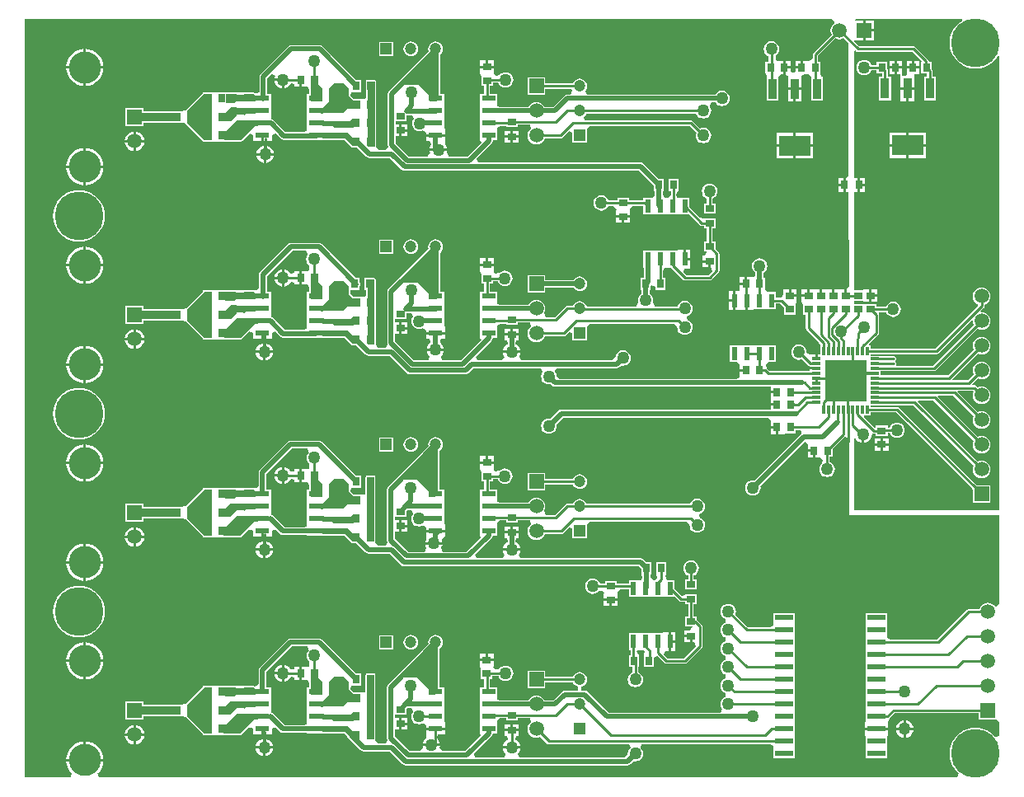
<source format=gtl>
G04 Layer_Physical_Order=1*
G04 Layer_Color=255*
%FSLAX25Y25*%
%MOIN*%
G70*
G01*
G75*
%ADD10R,0.03543X0.02756*%
%ADD11R,0.03150X0.03543*%
%ADD12R,0.02362X0.05709*%
%ADD13R,0.03543X0.03150*%
%ADD14R,0.02756X0.03543*%
%ADD15R,0.05709X0.02362*%
%ADD16R,0.07480X0.02362*%
%ADD17R,0.16500X0.16500*%
%ADD18R,0.03600X0.01200*%
%ADD19R,0.01200X0.03600*%
%ADD20R,0.12598X0.08465*%
%ADD21R,0.03543X0.08465*%
%ADD22C,0.01000*%
%ADD23C,0.02000*%
%ADD24R,0.04724X0.04724*%
%ADD25C,0.04724*%
%ADD26R,0.05906X0.05906*%
%ADD27C,0.05906*%
%ADD28C,0.12992*%
%ADD29R,0.04724X0.04724*%
%ADD30R,0.05906X0.05906*%
%ADD31C,0.05000*%
%ADD32C,0.19685*%
G36*
X234000Y381600D02*
Y378500D01*
X235700Y376800D01*
X238800D01*
Y373300D01*
X233400D01*
X231800Y371600D01*
X223900D01*
X223600Y371300D01*
X222800D01*
Y373700D01*
X223600Y373700D01*
X226000Y376100D01*
X226000Y381500D01*
X228200Y383700D01*
X231900D01*
X234000Y381600D01*
D02*
G37*
G36*
X430592Y408179D02*
X430590Y408012D01*
X429966Y407534D01*
X429397Y406792D01*
X429039Y405927D01*
X428917Y405000D01*
X429039Y404073D01*
X429316Y403402D01*
X421963Y396049D01*
X421720Y395685D01*
X421634Y395256D01*
X421634Y395256D01*
Y393767D01*
X420134Y392677D01*
X419819Y392772D01*
X419247Y392772D01*
X417744D01*
Y390000D01*
X417244D01*
Y389500D01*
X414669D01*
Y388401D01*
X413750Y387871D01*
X412831Y388401D01*
Y389500D01*
X410756D01*
Y387050D01*
X411425Y386742D01*
X411628Y386648D01*
Y386487D01*
X411628Y384987D01*
Y381916D01*
X417172D01*
Y385728D01*
X417172Y386648D01*
X418431Y387228D01*
X419819Y387228D01*
X420320Y386930D01*
X421083Y386041D01*
Y376584D01*
X425827D01*
Y386248D01*
X425220D01*
X424931Y387628D01*
X424931D01*
Y392372D01*
X423877D01*
Y394791D01*
X430902Y401816D01*
X431572Y401539D01*
X432500Y401417D01*
X433427Y401539D01*
X434098Y401816D01*
X436084Y399830D01*
X436205Y346334D01*
X435146Y345272D01*
X435047D01*
Y342500D01*
Y339728D01*
X436221D01*
X436308Y301393D01*
X435500Y300583D01*
Y297756D01*
X434500D01*
Y300331D01*
X430500D01*
Y297756D01*
X429500D01*
Y300331D01*
X425500D01*
Y297756D01*
X424500D01*
Y300331D01*
X420500D01*
Y297756D01*
X420000D01*
Y297256D01*
X417228D01*
Y295181D01*
X417228D01*
X417628Y293847D01*
Y290069D01*
X418879D01*
Y284621D01*
X418878Y284621D01*
X418964Y284191D01*
X419207Y283828D01*
X424229Y278805D01*
X424942Y277600D01*
Y273858D01*
X423700D01*
Y272258D01*
X422700D01*
Y273858D01*
X420586D01*
X419178Y274529D01*
X419227Y274900D01*
X419120Y275709D01*
X418808Y276463D01*
X418311Y277111D01*
X417663Y277608D01*
X416909Y277920D01*
X416100Y278027D01*
X415291Y277920D01*
X414537Y277608D01*
X413889Y277111D01*
X413392Y276463D01*
X413080Y275709D01*
X412973Y274900D01*
X413080Y274091D01*
X413392Y273337D01*
X413889Y272689D01*
X414537Y272192D01*
X415291Y271880D01*
X416100Y271773D01*
X416909Y271880D01*
X417351Y272063D01*
X419917Y269497D01*
X419917Y269497D01*
X420281Y269254D01*
X420400Y269230D01*
Y268821D01*
X423200D01*
Y267821D01*
X420400D01*
Y267474D01*
X404112D01*
X403293Y268293D01*
X403091Y268428D01*
X402796Y269529D01*
X402783Y269631D01*
X403897Y270817D01*
X406781D01*
Y277726D01*
X403281D01*
X403219Y277726D01*
X401781D01*
X401719Y277726D01*
X398219D01*
Y277726D01*
X396781D01*
Y277726D01*
X393281D01*
X393219Y277726D01*
X391781D01*
X391719Y277726D01*
X388219D01*
Y270817D01*
X390895D01*
X391907Y270384D01*
X392169Y269478D01*
Y268000D01*
X394744D01*
Y267000D01*
X392169D01*
Y265631D01*
X392169Y264728D01*
X390917Y264131D01*
X319525D01*
X318127Y265000D01*
X318020Y265809D01*
X317708Y266563D01*
X317474Y266869D01*
X317859Y268016D01*
X318143Y268369D01*
X342500D01*
X343124Y268493D01*
X343653Y268847D01*
X344276Y269469D01*
X345000Y269373D01*
X345809Y269480D01*
X346563Y269792D01*
X347211Y270289D01*
X347708Y270937D01*
X348020Y271691D01*
X348127Y272500D01*
X348020Y273309D01*
X347708Y274063D01*
X347211Y274711D01*
X346563Y275208D01*
X345809Y275520D01*
X345000Y275627D01*
X344191Y275520D01*
X343437Y275208D01*
X342789Y274711D01*
X342292Y274063D01*
X341980Y273309D01*
X341873Y272500D01*
X340475Y271631D01*
X303717D01*
X302978Y273131D01*
X303057Y273235D01*
X303410Y274086D01*
X303464Y274500D01*
X296536D01*
X296590Y274086D01*
X296943Y273235D01*
X297022Y273131D01*
X296283Y271631D01*
X286056D01*
X285482Y273017D01*
X291882Y279417D01*
X292235Y279946D01*
X292360Y280571D01*
Y280719D01*
X294183D01*
Y284219D01*
X294183Y284281D01*
Y285719D01*
X295435Y286379D01*
X297628D01*
Y285975D01*
X302372D01*
Y286831D01*
X307436D01*
X307854Y285331D01*
X307466Y285034D01*
X306897Y284292D01*
X306539Y283427D01*
X306417Y282500D01*
X306539Y281573D01*
X306897Y280708D01*
X307466Y279966D01*
X308208Y279397D01*
X309073Y279039D01*
X310000Y278917D01*
X310927Y279039D01*
X311792Y279397D01*
X312534Y279966D01*
X313103Y280708D01*
X313381Y281379D01*
X320962D01*
X320962Y281378D01*
X321391Y281464D01*
X321755Y281707D01*
X323152Y283104D01*
X324538Y282530D01*
Y279538D01*
X330462D01*
Y285462D01*
X331583Y286379D01*
X365594D01*
X365769Y286307D01*
X366873Y285000D01*
X366980Y284191D01*
X367292Y283437D01*
X367789Y282789D01*
X368437Y282292D01*
X369191Y281980D01*
X370000Y281873D01*
X370809Y281980D01*
X371563Y282292D01*
X372211Y282789D01*
X372708Y283437D01*
X373020Y284191D01*
X373127Y285000D01*
X373020Y285809D01*
X372708Y286563D01*
X372211Y287211D01*
X371563Y287708D01*
X371073Y287911D01*
X370936Y288750D01*
X371073Y289589D01*
X371563Y289792D01*
X372211Y290289D01*
X372708Y290937D01*
X373020Y291691D01*
X373127Y292500D01*
X373020Y293309D01*
X372708Y294063D01*
X372211Y294711D01*
X371563Y295208D01*
X370809Y295520D01*
X370000Y295627D01*
X369191Y295520D01*
X368437Y295208D01*
X367789Y294711D01*
X367292Y294063D01*
X367029Y293427D01*
X357991D01*
X357746Y293615D01*
X357045Y294927D01*
X357115Y295096D01*
X357221Y295905D01*
X357115Y296715D01*
X356802Y297469D01*
X356305Y298116D01*
X355726Y298561D01*
Y300128D01*
X356072D01*
Y301525D01*
X356522Y301976D01*
X358022Y301356D01*
Y300128D01*
X361978D01*
Y304872D01*
X361122D01*
Y307793D01*
X361781Y309046D01*
X363219D01*
X363281Y309046D01*
X364368D01*
X369207Y304207D01*
X369207Y304207D01*
X369571Y303964D01*
X370000Y303878D01*
X370000Y303878D01*
X380000D01*
X380000Y303878D01*
X380429Y303964D01*
X380793Y304207D01*
X383665Y307079D01*
X383908Y307442D01*
X383993Y307872D01*
X383993Y307872D01*
Y314628D01*
X383993Y314628D01*
X383908Y315057D01*
X383665Y315421D01*
X382372Y316715D01*
Y319478D01*
X381121D01*
Y325069D01*
X382372D01*
Y329025D01*
X377628D01*
Y329025D01*
X376242Y329300D01*
X371781Y333762D01*
Y337411D01*
X368281D01*
X368219Y337411D01*
X366781D01*
X366606Y338628D01*
X367174Y340128D01*
X367431D01*
Y344872D01*
X363475D01*
Y340128D01*
X364331D01*
Y338476D01*
X363219Y337411D01*
X361781D01*
X361179Y338687D01*
Y340128D01*
X361525D01*
Y344872D01*
X359483D01*
X353201Y351153D01*
X352672Y351507D01*
X352047Y351631D01*
X286312D01*
X285738Y353017D01*
X291882Y359161D01*
X292235Y359691D01*
X292360Y360315D01*
Y360719D01*
X294183D01*
Y364219D01*
X294183Y364281D01*
Y365719D01*
X295435Y366378D01*
X297628D01*
Y365975D01*
X302372D01*
Y366831D01*
X307436D01*
X307854Y365331D01*
X307466Y365034D01*
X306897Y364292D01*
X306539Y363427D01*
X306417Y362500D01*
X306539Y361573D01*
X306897Y360708D01*
X307466Y359966D01*
X308208Y359397D01*
X309073Y359039D01*
X310000Y358917D01*
X310927Y359039D01*
X311792Y359397D01*
X312534Y359966D01*
X313103Y360708D01*
X313381Y361379D01*
X319763D01*
X319763Y361378D01*
X320192Y361464D01*
X320556Y361707D01*
X323038Y364189D01*
X324538Y363568D01*
Y359538D01*
X330462D01*
Y364878D01*
X330462Y365462D01*
X331583Y366378D01*
X372035D01*
X374663Y363751D01*
X374480Y363309D01*
X374373Y362500D01*
X374480Y361691D01*
X374792Y360937D01*
X375289Y360289D01*
X375937Y359792D01*
X376691Y359480D01*
X377500Y359373D01*
X378309Y359480D01*
X379063Y359792D01*
X379711Y360289D01*
X380208Y360937D01*
X380520Y361691D01*
X380627Y362500D01*
X380520Y363309D01*
X380208Y364063D01*
X379711Y364711D01*
X379063Y365208D01*
X378309Y365520D01*
X377500Y365627D01*
X376691Y365520D01*
X376249Y365337D01*
X373293Y368293D01*
X372929Y368536D01*
X372500Y368622D01*
X372500Y368621D01*
X329663D01*
X329462Y369009D01*
X329266Y370122D01*
X329613Y370387D01*
X330087Y371006D01*
X330242Y371378D01*
X374609D01*
X374792Y370937D01*
X375289Y370289D01*
X375937Y369792D01*
X376691Y369480D01*
X377500Y369373D01*
X378309Y369480D01*
X379063Y369792D01*
X379711Y370289D01*
X380208Y370937D01*
X380520Y371691D01*
X380627Y372500D01*
X380520Y373309D01*
X380208Y374063D01*
X379974Y374369D01*
X380359Y375516D01*
X380643Y375869D01*
X382344D01*
X382789Y375289D01*
X383437Y374792D01*
X384191Y374480D01*
X385000Y374373D01*
X385809Y374480D01*
X386563Y374792D01*
X387211Y375289D01*
X387708Y375937D01*
X388020Y376691D01*
X388127Y377500D01*
X388020Y378309D01*
X387708Y379063D01*
X387211Y379711D01*
X386563Y380208D01*
X385809Y380520D01*
X385000Y380627D01*
X384191Y380520D01*
X383437Y380208D01*
X382789Y379711D01*
X382344Y379131D01*
X330440D01*
X330046Y379730D01*
X329800Y380631D01*
X330087Y381006D01*
X330386Y381727D01*
X330488Y382500D01*
X330386Y383273D01*
X330087Y383994D01*
X329613Y384613D01*
X328994Y385087D01*
X328273Y385386D01*
X327500Y385488D01*
X326727Y385386D01*
X326006Y385087D01*
X325387Y384613D01*
X324913Y383994D01*
X324758Y383622D01*
X313553D01*
Y386053D01*
X306447D01*
Y378947D01*
X313553D01*
Y381379D01*
X324026D01*
X324564Y380630D01*
X323794Y379131D01*
X322500D01*
X321876Y379007D01*
X321346Y378654D01*
X316824Y374131D01*
X313170D01*
X313103Y374292D01*
X312534Y375034D01*
X311792Y375603D01*
X310927Y375961D01*
X310000Y376083D01*
X309073Y375961D01*
X308208Y375603D01*
X307466Y375034D01*
X306897Y374292D01*
X306830Y374131D01*
X295647D01*
X294183Y374281D01*
Y375719D01*
X294183Y375781D01*
Y379281D01*
X291122D01*
Y382569D01*
X292372D01*
Y383878D01*
X294609D01*
X294792Y383437D01*
X295289Y382789D01*
X295937Y382292D01*
X296691Y381980D01*
X297500Y381873D01*
X298309Y381980D01*
X299063Y382292D01*
X299711Y382789D01*
X300208Y383437D01*
X300520Y384191D01*
X300627Y385000D01*
X300520Y385809D01*
X300208Y386563D01*
X299711Y387211D01*
X299063Y387708D01*
X298309Y388020D01*
X297500Y388127D01*
X296691Y388020D01*
X295937Y387708D01*
X295289Y387211D01*
X295090Y386951D01*
X293754Y386788D01*
X293302Y386885D01*
X292754Y387622D01*
X292772Y387681D01*
X292772Y388253D01*
Y389756D01*
X287228D01*
Y388253D01*
X287228Y387681D01*
X287628Y386347D01*
Y382569D01*
X288878D01*
Y379281D01*
X287274D01*
Y375781D01*
X287274Y375719D01*
Y374281D01*
X287274Y374219D01*
Y370719D01*
X287274D01*
Y369281D01*
X287274D01*
Y365781D01*
X287274Y365719D01*
Y364281D01*
X287274Y364219D01*
Y360719D01*
X287274D01*
X287728Y359622D01*
X282159Y354053D01*
X274592D01*
X274399Y354193D01*
X273651Y355553D01*
X273745Y355779D01*
X273799Y356193D01*
X266870D01*
X266925Y355779D01*
X267019Y355553D01*
X266270Y354193D01*
X266077Y354053D01*
X258510D01*
X253166Y359397D01*
Y362169D01*
X254500D01*
Y364547D01*
Y366925D01*
X253166D01*
Y368475D01*
X257372D01*
Y370781D01*
X257382Y370790D01*
X259692D01*
X259976Y370437D01*
X260361Y369290D01*
X260127Y368985D01*
X259814Y368231D01*
X259708Y367421D01*
X259814Y366612D01*
X260127Y365858D01*
X260624Y365210D01*
X261271Y364713D01*
X262025Y364401D01*
X262835Y364295D01*
X263644Y364401D01*
X263917Y364514D01*
X265134Y363913D01*
X265417Y363605D01*
Y363000D01*
X269272D01*
X273126D01*
Y364385D01*
X273126Y364681D01*
X272726Y366015D01*
X272726Y366181D01*
Y369219D01*
X272726Y369281D01*
Y370719D01*
X272726Y370781D01*
Y374281D01*
X272726D01*
Y375719D01*
X272726D01*
X272726Y375781D01*
Y379281D01*
X271238D01*
Y395275D01*
X271384Y395387D01*
X271859Y396006D01*
X272158Y396727D01*
X272259Y397500D01*
X272158Y398273D01*
X271859Y398994D01*
X271384Y399613D01*
X270765Y400087D01*
X270045Y400386D01*
X269272Y400488D01*
X268498Y400386D01*
X267778Y400087D01*
X267159Y399613D01*
X266684Y398994D01*
X266386Y398273D01*
X266284Y397500D01*
X266386Y396727D01*
X266450Y396572D01*
X250381Y380503D01*
X250027Y379974D01*
X249903Y379350D01*
Y358721D01*
X250021Y358131D01*
X250027Y358096D01*
X249288Y356631D01*
X246023D01*
X245284Y358121D01*
Y384221D01*
X245094Y384681D01*
X244931Y384748D01*
Y384872D01*
X240975D01*
Y380128D01*
X241285D01*
Y378076D01*
X240581Y377372D01*
X239419D01*
X238988Y377372D01*
X238800Y377449D01*
X235969D01*
X234649Y378769D01*
Y378802D01*
X235069Y380128D01*
X236149Y380128D01*
X239025D01*
Y384872D01*
X237239D01*
X223457Y398654D01*
X222927Y399007D01*
X222303Y399131D01*
X210913D01*
X210289Y399007D01*
X209760Y398654D01*
X198453Y387347D01*
X198099Y386817D01*
X197975Y386193D01*
Y379915D01*
X196475Y379543D01*
X196259Y379759D01*
X195800Y379949D01*
X191700D01*
X191655Y379931D01*
X188945D01*
X188900Y379949D01*
X184300D01*
X184112Y379872D01*
X180919D01*
X180581Y379872D01*
X179419D01*
X179081Y379872D01*
X175069D01*
Y379538D01*
X168268Y372736D01*
X167316Y372479D01*
X166845Y372372D01*
X166586Y372372D01*
X162569D01*
Y372371D01*
X151053D01*
Y373553D01*
X143947D01*
Y366447D01*
X151053D01*
Y367572D01*
X164035D01*
X164171Y367628D01*
X166640D01*
X166866Y367628D01*
X167375Y367492D01*
X168253Y367228D01*
X175069Y360412D01*
Y360128D01*
X175725Y360026D01*
X176527Y360026D01*
X178775Y360026D01*
X179023Y360128D01*
X179419Y360128D01*
X180581D01*
X180919Y360128D01*
X183712D01*
X183900Y360051D01*
X190600D01*
X191059Y360241D01*
X194032Y363213D01*
X195417Y362639D01*
Y360319D01*
X198772D01*
Y362500D01*
X199772D01*
Y360319D01*
X203126D01*
Y362702D01*
X204626Y363323D01*
X206681Y361268D01*
X207210Y360914D01*
X207835Y360790D01*
X217274D01*
Y360719D01*
X223285D01*
X223450Y360651D01*
X232381D01*
X235069Y357962D01*
Y357628D01*
X237368D01*
X241150Y353847D01*
X241679Y353493D01*
X242303Y353369D01*
X250903D01*
X255604Y348668D01*
X256133Y348314D01*
X256758Y348190D01*
X283912D01*
X284536Y348314D01*
X284618Y348369D01*
X351372D01*
X357569Y342171D01*
Y340128D01*
X357916D01*
Y338293D01*
X356781Y337411D01*
X356416Y337411D01*
X353219D01*
Y336378D01*
X347372D01*
Y337431D01*
X342628D01*
Y336378D01*
X339135D01*
X338952Y336819D01*
X338455Y337467D01*
X337807Y337964D01*
X337053Y338276D01*
X336244Y338383D01*
X335435Y338276D01*
X334681Y337964D01*
X334033Y337467D01*
X333536Y336819D01*
X333224Y336065D01*
X333117Y335256D01*
X333224Y334447D01*
X333536Y333693D01*
X334033Y333045D01*
X334681Y332548D01*
X335435Y332236D01*
X336244Y332129D01*
X337053Y332236D01*
X337807Y332548D01*
X338455Y333045D01*
X338952Y333693D01*
X339135Y334134D01*
X341233D01*
X342323Y332634D01*
X342228Y332319D01*
X342228Y331747D01*
Y330244D01*
X345000D01*
X347772D01*
Y331747D01*
X347772Y332319D01*
X347677Y332634D01*
X348767Y334134D01*
X353219D01*
Y330502D01*
X356719D01*
X356781Y330502D01*
X358219D01*
X358281Y330502D01*
X361719D01*
X361781Y330502D01*
X363219D01*
X363281Y330502D01*
X366719D01*
X366781Y330502D01*
X368219D01*
X368281Y330502D01*
X371781D01*
X371781Y330502D01*
Y330502D01*
X372867Y329503D01*
X376116Y326254D01*
X376116Y326254D01*
X376480Y326011D01*
X376909Y325926D01*
X377628D01*
Y325069D01*
X378878D01*
Y319478D01*
X377628D01*
Y315522D01*
X378838D01*
X378871Y315472D01*
X378070Y313972D01*
X377228D01*
Y312094D01*
X380000D01*
Y311595D01*
X380500D01*
Y309216D01*
X380509D01*
X381130Y307716D01*
X379535Y306121D01*
X370465D01*
X369326Y307260D01*
X369900Y308646D01*
X372181D01*
Y312000D01*
X370000D01*
Y312500D01*
X369500D01*
Y316354D01*
X367819D01*
X367819Y316354D01*
X367819Y316354D01*
X366485Y315954D01*
X363281D01*
X363219Y315954D01*
X361781D01*
X361719Y315954D01*
X358281D01*
X358219Y315954D01*
X356781D01*
X356719Y315954D01*
X353219D01*
Y309046D01*
X353369D01*
Y304872D01*
X352116D01*
Y300128D01*
X352463D01*
Y298561D01*
X351884Y298116D01*
X351387Y297469D01*
X351074Y296715D01*
X350968Y295905D01*
X351074Y295096D01*
X351144Y294927D01*
X350443Y293615D01*
X350198Y293427D01*
X330322D01*
X330087Y293994D01*
X329613Y294613D01*
X328994Y295088D01*
X328273Y295386D01*
X327500Y295488D01*
X326727Y295386D01*
X326006Y295088D01*
X325387Y294613D01*
X324913Y293994D01*
X324758Y293621D01*
X322500D01*
X322500Y293622D01*
X322071Y293536D01*
X321707Y293293D01*
X321707Y293293D01*
X317488Y289074D01*
X313740D01*
X313000Y290574D01*
X313103Y290708D01*
X313461Y291573D01*
X313583Y292500D01*
X313461Y293427D01*
X313103Y294292D01*
X312534Y295034D01*
X311792Y295603D01*
X310927Y295961D01*
X310000Y296083D01*
X309073Y295961D01*
X308208Y295603D01*
X307466Y295034D01*
X306897Y294292D01*
X306830Y294131D01*
X295647D01*
X294183Y294281D01*
Y295719D01*
X294183Y295781D01*
Y299281D01*
X291122D01*
Y302569D01*
X292372D01*
Y303623D01*
X294353D01*
X294536Y303181D01*
X295033Y302533D01*
X295681Y302036D01*
X296435Y301724D01*
X297244Y301617D01*
X298053Y301724D01*
X298808Y302036D01*
X299455Y302533D01*
X299952Y303181D01*
X300264Y303935D01*
X300371Y304744D01*
X300264Y305553D01*
X299952Y306308D01*
X299455Y306955D01*
X298808Y307452D01*
X298053Y307764D01*
X297244Y307871D01*
X296435Y307764D01*
X295681Y307452D01*
X295033Y306955D01*
X294929Y306819D01*
X293413Y306675D01*
X293106Y306775D01*
X292677Y307366D01*
X292772Y307681D01*
X292772Y308253D01*
Y309756D01*
X287228D01*
Y308253D01*
X287228Y307681D01*
X287628Y306347D01*
Y302569D01*
X288878D01*
Y299281D01*
X287274D01*
Y295781D01*
X287274Y295719D01*
Y294281D01*
X287274Y294219D01*
Y290719D01*
X287274D01*
Y289281D01*
X287274D01*
Y285781D01*
X287274Y285719D01*
Y284281D01*
X287274Y284219D01*
Y280719D01*
X287274D01*
X287653Y279803D01*
X279582Y271731D01*
X271913D01*
X271404Y273231D01*
X271610Y273390D01*
X272171Y274121D01*
X272524Y274972D01*
X272579Y275386D01*
X265650D01*
X265704Y274972D01*
X266057Y274121D01*
X266618Y273390D01*
X266824Y273231D01*
X266315Y271731D01*
X260576D01*
X252910Y279397D01*
Y282169D01*
X254500D01*
Y284547D01*
Y286925D01*
X252910D01*
Y288475D01*
X257372D01*
Y290790D01*
X259436D01*
X259720Y290437D01*
X260105Y289290D01*
X259871Y288985D01*
X259559Y288230D01*
X259452Y287421D01*
X259559Y286612D01*
X259871Y285858D01*
X260368Y285210D01*
X261015Y284713D01*
X261770Y284401D01*
X262579Y284295D01*
X263388Y284401D01*
X263917Y284620D01*
X264708Y284308D01*
X265417Y283801D01*
Y283000D01*
X269272D01*
X273126D01*
Y284385D01*
X273126Y284681D01*
X272726Y286015D01*
X272726Y286181D01*
Y289219D01*
X272726Y289281D01*
Y290719D01*
X272726Y290781D01*
Y294281D01*
X272726D01*
Y295719D01*
X272726D01*
X272726Y295781D01*
Y299281D01*
X270982D01*
Y315078D01*
X271384Y315387D01*
X271859Y316006D01*
X272158Y316727D01*
X272259Y317500D01*
X272158Y318273D01*
X271859Y318994D01*
X271384Y319613D01*
X270765Y320088D01*
X270045Y320386D01*
X269272Y320488D01*
X268498Y320386D01*
X267778Y320088D01*
X267159Y319613D01*
X266684Y318994D01*
X266386Y318273D01*
X266284Y317500D01*
X266381Y316759D01*
X250125Y300503D01*
X249772Y299974D01*
X249647Y299350D01*
Y278721D01*
X249765Y278131D01*
X249771Y278096D01*
X249032Y276631D01*
X246018D01*
X245408Y277191D01*
X245028Y278121D01*
Y304221D01*
X244838Y304680D01*
X244478Y304830D01*
Y304872D01*
X240522D01*
Y300128D01*
X241029D01*
Y297820D01*
X240581Y297372D01*
X239419D01*
X239081Y297372D01*
X235947D01*
X234690Y298628D01*
X234748Y300128D01*
X238572D01*
Y301706D01*
X238633Y301797D01*
X238757Y302421D01*
X238633Y303046D01*
X238572Y303136D01*
Y304872D01*
X236983D01*
X223201Y318653D01*
X222672Y319007D01*
X222047Y319131D01*
X210658D01*
X210033Y319007D01*
X209504Y318653D01*
X198197Y307346D01*
X197843Y306817D01*
X197719Y306193D01*
Y300521D01*
X196906Y300066D01*
X196219Y299817D01*
X195900Y299949D01*
X191721Y299949D01*
X191676Y299931D01*
X188645D01*
X188600Y299949D01*
X184000D01*
X183812Y299872D01*
X180919D01*
X180581Y299872D01*
X179419D01*
X179081Y299872D01*
X175069D01*
Y299430D01*
X168319Y292681D01*
X168305Y292646D01*
X166919Y292372D01*
X166581Y292372D01*
X162569D01*
Y292371D01*
X151053D01*
Y293553D01*
X143947D01*
Y286447D01*
X151053D01*
Y287572D01*
X163779D01*
X163915Y287628D01*
X166581D01*
X166919Y287628D01*
X168293Y287325D01*
X168319Y287262D01*
X175069Y280512D01*
Y280128D01*
X175829Y280022D01*
X176525Y280022D01*
X178879Y280022D01*
X179136Y280128D01*
X179419Y280128D01*
X180581D01*
X180914Y280128D01*
X183512D01*
X183700Y280051D01*
X190400D01*
X190859Y280241D01*
X193917Y283299D01*
X195417Y282678D01*
Y280319D01*
X198772D01*
Y282500D01*
X199772D01*
Y280319D01*
X203126D01*
Y282607D01*
X204512Y283181D01*
X206425Y281268D01*
X206955Y280914D01*
X207579Y280790D01*
X217274D01*
Y280719D01*
X223224D01*
X223579Y280572D01*
X232510D01*
X235069Y278012D01*
Y277628D01*
X235642D01*
X235779Y277572D01*
X236579D01*
X236715Y277628D01*
X237112D01*
X240894Y273847D01*
X241423Y273493D01*
X242047Y273369D01*
X250647D01*
X257669Y266347D01*
X258199Y265993D01*
X258823Y265869D01*
X281334D01*
X281959Y265993D01*
X282488Y266347D01*
X284510Y268369D01*
X311857D01*
X312141Y268016D01*
X312526Y266869D01*
X312292Y266563D01*
X311980Y265809D01*
X311873Y265000D01*
X311980Y264191D01*
X312292Y263437D01*
X312789Y262789D01*
X313437Y262292D01*
X314191Y261980D01*
X315000Y261873D01*
X315724Y261969D01*
X316347Y261347D01*
X316876Y260993D01*
X317500Y260869D01*
X404669D01*
Y259200D01*
X407244D01*
Y258200D01*
X404669D01*
Y255928D01*
Y254200D01*
X407244D01*
Y253200D01*
X404669D01*
Y251631D01*
X320000D01*
X319376Y251507D01*
X318847Y251153D01*
X315724Y248031D01*
X315000Y248127D01*
X314191Y248020D01*
X313437Y247708D01*
X312789Y247211D01*
X312292Y246563D01*
X311980Y245809D01*
X311873Y245000D01*
X311980Y244191D01*
X312292Y243437D01*
X312789Y242789D01*
X313437Y242292D01*
X314191Y241980D01*
X315000Y241873D01*
X315809Y241980D01*
X316563Y242292D01*
X317211Y242789D01*
X317708Y243437D01*
X318020Y244191D01*
X318127Y245000D01*
X318031Y245724D01*
X320676Y248369D01*
X403696D01*
X404669Y247272D01*
X404669Y246869D01*
Y245000D01*
X407244D01*
Y244500D01*
X407744D01*
Y241728D01*
X409247D01*
X409819Y241728D01*
X411153Y242128D01*
X414931D01*
Y243378D01*
X416934D01*
X417175Y242631D01*
X417183Y241879D01*
X416847Y241653D01*
X398224Y223031D01*
X397500Y223127D01*
X396691Y223020D01*
X395937Y222708D01*
X395289Y222211D01*
X394792Y221563D01*
X394480Y220809D01*
X394373Y220000D01*
X394480Y219191D01*
X394792Y218437D01*
X395289Y217789D01*
X395937Y217292D01*
X396691Y216980D01*
X397500Y216873D01*
X398309Y216980D01*
X399063Y217292D01*
X399711Y217789D01*
X400208Y218437D01*
X400520Y219191D01*
X400627Y220000D01*
X400531Y220724D01*
X418587Y238780D01*
X419669Y237741D01*
X419669Y237369D01*
Y235500D01*
X422244D01*
Y235000D01*
X422744D01*
Y232228D01*
X424247D01*
X424819Y232228D01*
X424878Y232246D01*
X425615Y231698D01*
X425712Y231246D01*
X425549Y229910D01*
X425289Y229711D01*
X424792Y229063D01*
X424480Y228309D01*
X424373Y227500D01*
X424480Y226691D01*
X424792Y225937D01*
X425289Y225289D01*
X425937Y224792D01*
X426691Y224480D01*
X427500Y224373D01*
X428309Y224480D01*
X429063Y224792D01*
X429711Y225289D01*
X430208Y225937D01*
X430520Y226691D01*
X430627Y227500D01*
X430520Y228309D01*
X430208Y229063D01*
X429711Y229711D01*
X429063Y230208D01*
X428622Y230391D01*
Y232628D01*
X429931D01*
Y235845D01*
X434809Y240723D01*
X434809Y240723D01*
X436174Y240066D01*
X436448Y239854D01*
X436449Y239300D01*
X436500D01*
Y235800D01*
X436457D01*
X436518Y209000D01*
X497012Y209000D01*
Y172884D01*
X495679Y171908D01*
X495512Y171910D01*
X495034Y172534D01*
X494292Y173103D01*
X493428Y173461D01*
X492500Y173583D01*
X491573Y173461D01*
X490708Y173103D01*
X489966Y172534D01*
X489397Y171792D01*
X489119Y171122D01*
X484800D01*
X484800Y171122D01*
X484371Y171036D01*
X484007Y170793D01*
X484007Y170793D01*
X476707Y163493D01*
X476707Y163493D01*
X476507Y163293D01*
X476507Y163293D01*
X471835Y158622D01*
X452994D01*
X451742Y159281D01*
Y160719D01*
X451742Y160781D01*
Y164219D01*
X451742Y164281D01*
Y165719D01*
X451742Y165781D01*
Y169281D01*
X443061D01*
Y165781D01*
X443061Y165719D01*
Y164281D01*
X443061Y164219D01*
Y160781D01*
X443061Y160719D01*
Y159281D01*
X443061Y159219D01*
Y155781D01*
X443061Y155719D01*
Y154281D01*
X443061Y154219D01*
Y150781D01*
X443061Y150719D01*
Y149281D01*
X443061Y149219D01*
Y145781D01*
X443061Y145719D01*
Y144281D01*
X443061Y144219D01*
Y140781D01*
X443061Y140719D01*
Y139281D01*
X443061Y139219D01*
Y135781D01*
X443061Y135719D01*
Y134281D01*
X443061Y134219D01*
Y130781D01*
X443061Y130719D01*
Y129281D01*
X443061Y129219D01*
X443061Y126015D01*
X442661Y124681D01*
X442661Y124385D01*
Y123000D01*
X447402D01*
X452142D01*
Y124385D01*
X452142Y124681D01*
X452066Y124932D01*
X452329Y126464D01*
X452693Y126707D01*
X454865Y128878D01*
X488947D01*
Y126447D01*
X495512D01*
X496053Y126447D01*
X497012Y125345D01*
Y119751D01*
X495512Y119198D01*
X494907Y119907D01*
X493657Y120974D01*
X492255Y121833D01*
X490737Y122462D01*
X489139Y122846D01*
X487500Y122975D01*
X485861Y122846D01*
X484263Y122462D01*
X482745Y121833D01*
X481343Y120974D01*
X480093Y119907D01*
X479026Y118657D01*
X478167Y117255D01*
X477538Y115737D01*
X477154Y114139D01*
X477025Y112500D01*
X477154Y110861D01*
X477538Y109263D01*
X478167Y107745D01*
X479026Y106343D01*
X480093Y105093D01*
X480802Y104488D01*
X480249Y102988D01*
X133153D01*
X132617Y104488D01*
X132747Y104595D01*
X133684Y105736D01*
X134380Y107039D01*
X134809Y108452D01*
X134904Y109421D01*
X119938D01*
X120034Y108452D01*
X120462Y107039D01*
X121158Y105736D01*
X122095Y104595D01*
X122226Y104488D01*
X121689Y102988D01*
X102988D01*
Y409512D01*
X429616D01*
X430592Y408179D01*
D02*
G37*
G36*
X196550Y373600D02*
Y371300D01*
X192450D01*
X191850Y370700D01*
X191750D01*
Y373800D01*
X196350D01*
X196550Y373600D01*
D02*
G37*
G36*
X164035Y368221D02*
X145935D01*
Y371721D01*
X164035D01*
Y368221D01*
D02*
G37*
G36*
X188875Y370775D02*
X186325Y368225D01*
X184275Y368225D01*
X184275Y371725D01*
X186375Y373825D01*
X188875D01*
Y370775D01*
D02*
G37*
G36*
X221800Y383300D02*
X223600Y381500D01*
Y376300D01*
X218700D01*
Y386800D01*
X221800D01*
Y383300D01*
D02*
G37*
G36*
Y303300D02*
X223600Y301500D01*
Y296300D01*
X218700D01*
Y306800D01*
X221800D01*
Y303300D01*
D02*
G37*
G36*
X269606Y383121D02*
X269606Y376221D01*
X266735Y376221D01*
X266735Y378521D01*
X262135Y383121D01*
X255306Y383121D01*
X269606Y397421D01*
Y383121D01*
D02*
G37*
G36*
X188900Y376200D02*
X188600D01*
X188100Y375700D01*
X184300D01*
Y379300D01*
X188900D01*
Y376200D01*
D02*
G37*
G36*
X196500Y378600D02*
Y376300D01*
X191900D01*
X191800Y376200D01*
X191700D01*
X191700Y379300D01*
X195800D01*
X196500Y378600D01*
D02*
G37*
G36*
X197600Y368700D02*
X197600Y366300D01*
X196200Y366300D01*
X190600Y360700D01*
X183900D01*
Y364300D01*
X184600D01*
X189000Y368700D01*
X197600Y368700D01*
D02*
G37*
G36*
X436600Y252800D02*
X435400D01*
Y256900D01*
X436600D01*
Y252800D01*
D02*
G37*
G36*
X178775Y360675D02*
X175725Y360675D01*
X168675Y367725D01*
X168675Y372225D01*
X175625Y379175D01*
X178775D01*
Y360675D01*
D02*
G37*
G36*
X217141Y315516D02*
X217526Y314369D01*
X217292Y314063D01*
X216980Y313309D01*
X216873Y312500D01*
X216980Y311691D01*
X217292Y310937D01*
X217789Y310289D01*
X217989Y310135D01*
X218174Y308701D01*
X218081Y308316D01*
X217378Y307758D01*
X217319Y307772D01*
X216747Y307772D01*
X215244D01*
Y305000D01*
Y302228D01*
X216551D01*
X217319Y302228D01*
X218051Y301031D01*
Y299281D01*
X217274D01*
Y295781D01*
X217274Y295719D01*
Y294281D01*
X217274Y294219D01*
Y290781D01*
X217274Y290719D01*
Y289281D01*
X217274Y289219D01*
Y285781D01*
X217274Y285719D01*
Y284281D01*
X215843Y284053D01*
X208255D01*
X203654Y288653D01*
X203124Y289007D01*
X202726Y289086D01*
Y289219D01*
X202726Y289281D01*
Y290719D01*
X202726Y290781D01*
Y294219D01*
X202726Y294281D01*
Y295719D01*
X202726Y295781D01*
Y299281D01*
X200982D01*
Y305517D01*
X211333Y315869D01*
X216857D01*
X217141Y315516D01*
D02*
G37*
G36*
X244635Y358121D02*
X241935D01*
Y384221D01*
X244635D01*
Y358121D01*
D02*
G37*
G36*
X235550Y361800D02*
X236450D01*
Y358300D01*
X235650D01*
X232650Y361300D01*
X223450D01*
Y363600D01*
X233750D01*
X235550Y361800D01*
D02*
G37*
G36*
X224250Y368700D02*
X224550Y368400D01*
X228950D01*
Y365700D01*
X228350D01*
X227750Y366300D01*
X223450D01*
Y368700D01*
X224250Y368700D01*
D02*
G37*
G36*
X236100Y365700D02*
X231300D01*
Y368400D01*
X234700D01*
X235600Y369300D01*
X236100D01*
Y365700D01*
D02*
G37*
G36*
X438500Y270200D02*
X437400D01*
Y273900D01*
X438500D01*
Y270200D01*
D02*
G37*
G36*
X445400Y265700D02*
X440600D01*
Y267000D01*
X445400D01*
Y265700D01*
D02*
G37*
G36*
X204327Y386485D02*
X204090Y385914D01*
X204036Y385500D01*
X207500D01*
Y385000D01*
X208000D01*
Y381536D01*
X208414Y381590D01*
X209265Y381943D01*
X209996Y382504D01*
X210557Y383235D01*
X210669Y383505D01*
X212169Y383207D01*
Y382228D01*
X214244D01*
Y385000D01*
X215244D01*
Y382228D01*
X216551D01*
X217319Y382228D01*
X218051Y381031D01*
Y379281D01*
X217274D01*
Y375781D01*
X217274Y375719D01*
Y374281D01*
X217274Y374219D01*
Y370781D01*
X217274Y370719D01*
Y369281D01*
X217274Y369219D01*
Y365781D01*
X217274Y365719D01*
Y364281D01*
X215843Y364053D01*
X208510D01*
X203909Y368653D01*
X203380Y369007D01*
X202756Y369131D01*
X202726Y369281D01*
Y370719D01*
X202726Y370781D01*
Y374219D01*
X202726Y374281D01*
Y375719D01*
X202726Y375781D01*
Y379281D01*
X201238D01*
Y385517D01*
X203055Y387335D01*
X204327Y386485D01*
D02*
G37*
G36*
X163779Y288221D02*
X145679D01*
Y291721D01*
X163779D01*
Y288221D01*
D02*
G37*
G36*
X197400Y288700D02*
X197400Y286300D01*
X196000Y286300D01*
X190400Y280700D01*
X183700D01*
Y284300D01*
X184400D01*
X188800Y288700D01*
X197400Y288700D01*
D02*
G37*
G36*
X188875Y290775D02*
X186325Y288225D01*
X184275Y288225D01*
X184275Y291725D01*
X186375Y293825D01*
X188875D01*
Y290775D01*
D02*
G37*
G36*
X234000Y301500D02*
Y298400D01*
X235700Y296700D01*
X238800D01*
Y293200D01*
X233400D01*
X231800Y291500D01*
X223900D01*
X223600Y291200D01*
X222800D01*
Y293600D01*
X223600Y293600D01*
X226000Y296000D01*
X226000Y301400D01*
X228200Y303600D01*
X231900D01*
X234000Y301500D01*
D02*
G37*
G36*
X196579Y293521D02*
Y291221D01*
X192479D01*
X191957Y290700D01*
X191600D01*
Y293721D01*
X196379D01*
X196579Y293521D01*
D02*
G37*
G36*
X235679Y281721D02*
X236579D01*
Y278221D01*
X235779D01*
X232779Y281221D01*
X223579D01*
Y283521D01*
X233879D01*
X235679Y281721D01*
D02*
G37*
G36*
X178879Y280671D02*
X175829Y280671D01*
X168779Y287721D01*
X168779Y292221D01*
X175729Y299171D01*
X178879D01*
Y280671D01*
D02*
G37*
G36*
X244379Y278121D02*
X241679D01*
Y304221D01*
X244379D01*
Y278121D01*
D02*
G37*
G36*
X236279Y285621D02*
X231479D01*
Y288321D01*
X234879D01*
X235779Y289221D01*
X236279D01*
Y285621D01*
D02*
G37*
G36*
X224179Y288621D02*
X224479Y288321D01*
X228879D01*
Y285621D01*
X228279D01*
X227679Y286221D01*
X223379D01*
Y288621D01*
X224179Y288621D01*
D02*
G37*
G36*
X482221Y409012D02*
X481343Y408474D01*
X480093Y407407D01*
X479026Y406157D01*
X478167Y404755D01*
X477538Y403237D01*
X477154Y401639D01*
X477025Y400000D01*
X477154Y398361D01*
X477538Y396763D01*
X478167Y395245D01*
X479026Y393843D01*
X480093Y392593D01*
X481343Y391526D01*
X482745Y390667D01*
X484263Y390038D01*
X485861Y389654D01*
X487500Y389525D01*
X489139Y389654D01*
X490737Y390038D01*
X492255Y390667D01*
X493657Y391526D01*
X494907Y392593D01*
X495974Y393843D01*
X496512Y394721D01*
X497012Y394580D01*
Y211000D01*
X438500D01*
Y239839D01*
X439000Y239938D01*
X439043Y239835D01*
X439604Y239104D01*
X440335Y238543D01*
X441186Y238190D01*
X441600Y238136D01*
Y241600D01*
X442600D01*
Y238136D01*
X443014Y238190D01*
X443865Y238543D01*
X444596Y239104D01*
X445157Y239835D01*
X445510Y240686D01*
X445630Y241600D01*
X445616Y241708D01*
X446045Y242017D01*
X446080Y242014D01*
X446478Y241934D01*
X446478Y241934D01*
X447228D01*
Y240881D01*
X451972D01*
Y242179D01*
X452909D01*
X453092Y241737D01*
X453589Y241089D01*
X454237Y240592D01*
X454991Y240280D01*
X455800Y240173D01*
X456609Y240280D01*
X457363Y240592D01*
X458011Y241089D01*
X458508Y241737D01*
X458820Y242491D01*
X458927Y243300D01*
X458820Y244109D01*
X458508Y244863D01*
X458011Y245511D01*
X457363Y246008D01*
X456609Y246320D01*
X455800Y246427D01*
X454991Y246320D01*
X454237Y246008D01*
X453589Y245511D01*
X453092Y244863D01*
X452909Y244422D01*
X451972D01*
Y245231D01*
X447228D01*
Y244599D01*
X446728Y244392D01*
X442382Y248738D01*
X442573Y249200D01*
X445058D01*
Y250479D01*
X455435D01*
X486447Y219467D01*
Y213947D01*
X493553D01*
Y221053D01*
X488033D01*
X456693Y252393D01*
X456329Y252636D01*
X455900Y252722D01*
X455900Y252722D01*
X445058D01*
Y253342D01*
X449200D01*
Y253420D01*
X462494D01*
X486816Y229098D01*
X486539Y228427D01*
X486417Y227500D01*
X486539Y226573D01*
X486897Y225708D01*
X487466Y224966D01*
X488208Y224397D01*
X489073Y224039D01*
X490000Y223917D01*
X490928Y224039D01*
X491792Y224397D01*
X492534Y224966D01*
X493103Y225708D01*
X493461Y226573D01*
X493583Y227500D01*
X493461Y228427D01*
X493103Y229292D01*
X492534Y230034D01*
X491792Y230603D01*
X490928Y230961D01*
X490000Y231083D01*
X489073Y230961D01*
X488402Y230684D01*
X464197Y254889D01*
X464404Y255389D01*
X470525D01*
X486816Y239098D01*
X486539Y238427D01*
X486417Y237500D01*
X486539Y236573D01*
X486897Y235708D01*
X487466Y234966D01*
X488208Y234397D01*
X489073Y234039D01*
X490000Y233917D01*
X490928Y234039D01*
X491792Y234397D01*
X492534Y234966D01*
X493103Y235708D01*
X493461Y236573D01*
X493583Y237500D01*
X493461Y238427D01*
X493103Y239292D01*
X492534Y240034D01*
X491792Y240603D01*
X490928Y240961D01*
X490000Y241083D01*
X489073Y240961D01*
X488402Y240684D01*
X472229Y256857D01*
X472436Y257357D01*
X478557D01*
X486816Y249098D01*
X486539Y248427D01*
X486417Y247500D01*
X486539Y246573D01*
X486897Y245708D01*
X487466Y244966D01*
X488208Y244397D01*
X489073Y244039D01*
X490000Y243917D01*
X490928Y244039D01*
X491792Y244397D01*
X492534Y244966D01*
X493103Y245708D01*
X493461Y246573D01*
X493583Y247500D01*
X493461Y248427D01*
X493103Y249292D01*
X492534Y250034D01*
X491792Y250603D01*
X490928Y250961D01*
X490000Y251083D01*
X489073Y250961D01*
X488402Y250684D01*
X480260Y258826D01*
X480468Y259326D01*
X486391D01*
X486728Y258883D01*
X486539Y258427D01*
X486417Y257500D01*
X486539Y256573D01*
X486897Y255708D01*
X487466Y254966D01*
X488208Y254397D01*
X489073Y254039D01*
X490000Y253917D01*
X490928Y254039D01*
X491792Y254397D01*
X492534Y254966D01*
X493103Y255708D01*
X493461Y256573D01*
X493583Y257500D01*
X493461Y258427D01*
X493103Y259292D01*
X492534Y260034D01*
X491792Y260603D01*
X490928Y260961D01*
X490000Y261083D01*
X489073Y260961D01*
X488402Y260684D01*
X487846Y261240D01*
X487482Y261483D01*
X487053Y261569D01*
X487053Y261569D01*
X486362D01*
X486155Y262069D01*
X488402Y264316D01*
X489073Y264039D01*
X490000Y263917D01*
X490928Y264039D01*
X491792Y264397D01*
X492534Y264966D01*
X493103Y265708D01*
X493461Y266573D01*
X493583Y267500D01*
X493461Y268427D01*
X493103Y269292D01*
X492534Y270034D01*
X491792Y270603D01*
X490928Y270961D01*
X490000Y271083D01*
X489073Y270961D01*
X488208Y270603D01*
X487466Y270034D01*
X486897Y269292D01*
X486539Y268427D01*
X486417Y267500D01*
X486539Y266573D01*
X486816Y265902D01*
X484451Y263537D01*
X478331D01*
X478123Y264037D01*
X488402Y274316D01*
X489073Y274039D01*
X490000Y273917D01*
X490928Y274039D01*
X491792Y274397D01*
X492534Y274966D01*
X493103Y275708D01*
X493461Y276573D01*
X493583Y277500D01*
X493461Y278427D01*
X493103Y279292D01*
X492534Y280034D01*
X491792Y280603D01*
X490928Y280961D01*
X490000Y281083D01*
X489073Y280961D01*
X488208Y280603D01*
X487466Y280034D01*
X486897Y279292D01*
X486539Y278427D01*
X486417Y277500D01*
X486539Y276573D01*
X486816Y275902D01*
X476420Y265506D01*
X449200D01*
Y267200D01*
X470821D01*
X470821Y267200D01*
X471250Y267285D01*
X471614Y267528D01*
X488402Y284316D01*
X489073Y284039D01*
X490000Y283917D01*
X490928Y284039D01*
X491792Y284397D01*
X492534Y284966D01*
X493103Y285708D01*
X493461Y286573D01*
X493583Y287500D01*
X493461Y288427D01*
X493103Y289292D01*
X492534Y290034D01*
X491792Y290603D01*
X490928Y290961D01*
X490000Y291083D01*
X489858Y291065D01*
X489624Y291538D01*
X490793Y292707D01*
X490793Y292707D01*
X491036Y293071D01*
X491122Y293500D01*
X491122Y293500D01*
Y294119D01*
X491792Y294397D01*
X492534Y294966D01*
X493103Y295708D01*
X493461Y296573D01*
X493583Y297500D01*
X493461Y298427D01*
X493103Y299292D01*
X492534Y300034D01*
X491792Y300603D01*
X490928Y300961D01*
X490000Y301083D01*
X489073Y300961D01*
X488208Y300603D01*
X487466Y300034D01*
X486897Y299292D01*
X486539Y298427D01*
X486417Y297500D01*
X486539Y296573D01*
X486897Y295708D01*
X487466Y294966D01*
X488208Y294397D01*
X488488Y294281D01*
X488605Y293691D01*
X471235Y276322D01*
X445058D01*
Y277600D01*
X444542D01*
X444351Y278062D01*
X448293Y282004D01*
X448293Y282004D01*
X448536Y282368D01*
X448622Y282797D01*
X448622Y282797D01*
Y289844D01*
X448536Y290273D01*
X448303Y290623D01*
X448345Y290842D01*
X448461Y291123D01*
X451353D01*
X451536Y290681D01*
X452033Y290033D01*
X452681Y289536D01*
X453435Y289224D01*
X454244Y289117D01*
X455053Y289224D01*
X455807Y289536D01*
X456455Y290033D01*
X456952Y290681D01*
X457264Y291435D01*
X457371Y292244D01*
X457264Y293053D01*
X456952Y293808D01*
X456455Y294455D01*
X455807Y294952D01*
X455053Y295264D01*
X454244Y295371D01*
X453435Y295264D01*
X452681Y294952D01*
X452033Y294455D01*
X451536Y293808D01*
X451353Y293366D01*
X447372D01*
Y294419D01*
X442628D01*
Y294419D01*
X442372Y294419D01*
Y294419D01*
X438500D01*
Y295581D01*
X442228D01*
Y295181D01*
X444500D01*
Y297756D01*
Y300331D01*
X442228D01*
Y299931D01*
X438500D01*
Y339728D01*
X439953D01*
Y342500D01*
Y345272D01*
X438500D01*
Y396761D01*
X438962Y396952D01*
X439207Y396707D01*
X439207Y396707D01*
X439571Y396464D01*
X440000Y396378D01*
X462035D01*
X465716Y392698D01*
X465581Y392372D01*
X465581D01*
Y387628D01*
X467934D01*
Y386348D01*
X466683D01*
Y376683D01*
X471427D01*
Y386348D01*
X470177D01*
Y388701D01*
X470177Y388701D01*
X470091Y389130D01*
X469931Y389370D01*
Y392372D01*
X469091D01*
X468622Y392500D01*
X468536Y392929D01*
X468293Y393293D01*
X468293Y393293D01*
X463293Y398293D01*
X462929Y398536D01*
X462500Y398622D01*
X462500Y398622D01*
X440465D01*
X438533Y400553D01*
X438594Y401047D01*
X439000Y401047D01*
X442000D01*
Y405000D01*
Y408953D01*
X439155Y408953D01*
X438929Y409453D01*
X438981Y409512D01*
X482080D01*
X482221Y409012D01*
D02*
G37*
G36*
X196600Y298600D02*
Y296300D01*
X192000D01*
X191900Y296200D01*
X191721Y296200D01*
X191721Y299300D01*
X195900Y299300D01*
X196600Y298600D01*
D02*
G37*
G36*
X269350Y303121D02*
X269350Y296221D01*
X266479Y296221D01*
X266479Y298521D01*
X261879Y303121D01*
X255050Y303121D01*
X269350Y317421D01*
Y303121D01*
D02*
G37*
G36*
X486435Y287642D02*
X486417Y287500D01*
X486539Y286573D01*
X486816Y285902D01*
X470357Y269443D01*
X455748D01*
X455591Y269646D01*
X455442Y269943D01*
X455511Y270290D01*
X455426Y270719D01*
X455287Y270927D01*
X455193Y271465D01*
X455436Y271829D01*
X455522Y272258D01*
X455436Y272688D01*
X455193Y273051D01*
X454829Y273294D01*
X454400Y273380D01*
X449200D01*
Y273458D01*
X445058D01*
Y274078D01*
X471700D01*
X471700Y274078D01*
X472129Y274164D01*
X472493Y274407D01*
X485962Y287876D01*
X486435Y287642D01*
D02*
G37*
G36*
X188600Y296200D02*
X188300D01*
X187800Y295700D01*
X184000D01*
Y299300D01*
X188600D01*
Y296200D01*
D02*
G37*
%LPC*%
G36*
X292772Y232831D02*
X290500D01*
Y230756D01*
X292772D01*
Y232831D01*
D02*
G37*
G36*
X421744Y234500D02*
X419669D01*
Y232228D01*
X421744D01*
Y234500D01*
D02*
G37*
G36*
X259272Y240488D02*
X258498Y240386D01*
X257778Y240088D01*
X257159Y239613D01*
X256684Y238994D01*
X256386Y238273D01*
X256284Y237500D01*
X256386Y236727D01*
X256684Y236006D01*
X257159Y235387D01*
X257778Y234912D01*
X258498Y234614D01*
X259272Y234512D01*
X260045Y234614D01*
X260766Y234912D01*
X261384Y235387D01*
X261859Y236006D01*
X262158Y236727D01*
X262259Y237500D01*
X262158Y238273D01*
X261859Y238994D01*
X261384Y239613D01*
X260766Y240088D01*
X260045Y240386D01*
X259272Y240488D01*
D02*
G37*
G36*
X299500Y204425D02*
X297228D01*
Y202547D01*
X299500D01*
Y204425D01*
D02*
G37*
G36*
X252234Y240462D02*
X246309D01*
Y234538D01*
X252234D01*
Y240462D01*
D02*
G37*
G36*
X126921Y237562D02*
X125952Y237466D01*
X124539Y237038D01*
X123237Y236342D01*
X122095Y235405D01*
X121158Y234263D01*
X120462Y232961D01*
X120034Y231548D01*
X119938Y230579D01*
X126921D01*
Y237562D01*
D02*
G37*
G36*
X313553Y226053D02*
X306447D01*
Y218947D01*
X313553D01*
Y221378D01*
X324758D01*
X324913Y221006D01*
X325387Y220387D01*
X326006Y219913D01*
X326727Y219614D01*
X327500Y219512D01*
X328273Y219614D01*
X328994Y219913D01*
X329613Y220387D01*
X330087Y221006D01*
X330386Y221727D01*
X330488Y222500D01*
X330386Y223273D01*
X330087Y223994D01*
X329613Y224613D01*
X328994Y225087D01*
X328273Y225386D01*
X327500Y225488D01*
X326727Y225386D01*
X326006Y225087D01*
X325387Y224613D01*
X324913Y223994D01*
X324758Y223622D01*
X313553D01*
Y226053D01*
D02*
G37*
G36*
X126921Y229579D02*
X119938D01*
X120034Y228609D01*
X120462Y227196D01*
X121158Y225894D01*
X122095Y224753D01*
X123237Y223816D01*
X124539Y223120D01*
X125952Y222691D01*
X126921Y222596D01*
Y229579D01*
D02*
G37*
G36*
X134904D02*
X127921D01*
Y222596D01*
X128891Y222691D01*
X130304Y223120D01*
X131606Y223816D01*
X132747Y224753D01*
X133684Y225894D01*
X134380Y227196D01*
X134809Y228609D01*
X134904Y229579D01*
D02*
G37*
G36*
X127921Y237562D02*
Y230579D01*
X134904D01*
X134809Y231548D01*
X134380Y232961D01*
X133684Y234263D01*
X132747Y235405D01*
X131606Y236342D01*
X130304Y237038D01*
X128891Y237466D01*
X127921Y237562D01*
D02*
G37*
G36*
X289500Y232831D02*
X287228D01*
Y230756D01*
X289500D01*
Y232831D01*
D02*
G37*
G36*
X257772Y206925D02*
X255500D01*
Y205047D01*
X257772D01*
Y206925D01*
D02*
G37*
G36*
X302772Y204425D02*
X300500D01*
Y202547D01*
X302772D01*
Y204425D01*
D02*
G37*
G36*
X200500Y278464D02*
Y275500D01*
X203464D01*
X203410Y275914D01*
X203057Y276765D01*
X202496Y277496D01*
X201765Y278057D01*
X200914Y278410D01*
X200500Y278464D01*
D02*
G37*
G36*
X199500D02*
X199086Y278410D01*
X198235Y278057D01*
X197504Y277496D01*
X196943Y276765D01*
X196590Y275914D01*
X196536Y275500D01*
X199500D01*
Y278464D01*
D02*
G37*
G36*
X147000Y279658D02*
X143579D01*
X143649Y279126D01*
X144047Y278164D01*
X144681Y277338D01*
X145507Y276705D01*
X146468Y276307D01*
X147000Y276237D01*
Y279658D01*
D02*
G37*
G36*
X302772Y281547D02*
X300000D01*
X297228D01*
Y279669D01*
X298207D01*
X298505Y278169D01*
X298235Y278057D01*
X297504Y277496D01*
X296943Y276765D01*
X296590Y275914D01*
X296536Y275500D01*
X303464D01*
X303410Y275914D01*
X303057Y276765D01*
X302496Y277496D01*
X301765Y278057D01*
X301495Y278169D01*
X301793Y279669D01*
X302772D01*
Y281547D01*
D02*
G37*
G36*
X199500Y274500D02*
X196536D01*
X196590Y274086D01*
X196943Y273235D01*
X197504Y272504D01*
X198235Y271943D01*
X199086Y271590D01*
X199500Y271536D01*
Y274500D01*
D02*
G37*
G36*
X203464D02*
X200500D01*
Y271536D01*
X200914Y271590D01*
X201765Y271943D01*
X202496Y272504D01*
X203057Y273235D01*
X203410Y274086D01*
X203464Y274500D01*
D02*
G37*
G36*
X126921Y277404D02*
X125952Y277309D01*
X124539Y276880D01*
X123237Y276184D01*
X122095Y275247D01*
X121158Y274106D01*
X120462Y272804D01*
X120034Y271391D01*
X119938Y270421D01*
X126921D01*
Y277404D01*
D02*
G37*
G36*
X127921D02*
Y270421D01*
X134904D01*
X134809Y271391D01*
X134380Y272804D01*
X133684Y274106D01*
X132747Y275247D01*
X131606Y276184D01*
X130304Y276880D01*
X128891Y277309D01*
X127921Y277404D01*
D02*
G37*
G36*
X125000Y260475D02*
X123361Y260346D01*
X121763Y259962D01*
X120245Y259333D01*
X118843Y258474D01*
X117593Y257407D01*
X116526Y256157D01*
X115667Y254755D01*
X115038Y253237D01*
X114654Y251639D01*
X114525Y250000D01*
X114654Y248361D01*
X115038Y246763D01*
X115667Y245245D01*
X116526Y243843D01*
X117593Y242593D01*
X118843Y241526D01*
X120245Y240667D01*
X121763Y240038D01*
X123361Y239654D01*
X125000Y239525D01*
X126639Y239654D01*
X128237Y240038D01*
X129755Y240667D01*
X131157Y241526D01*
X132407Y242593D01*
X133474Y243843D01*
X134333Y245245D01*
X134962Y246763D01*
X135346Y248361D01*
X135475Y250000D01*
X135346Y251639D01*
X134962Y253237D01*
X134333Y254755D01*
X133474Y256157D01*
X132407Y257407D01*
X131157Y258474D01*
X129755Y259333D01*
X128237Y259962D01*
X126639Y260346D01*
X125000Y260475D01*
D02*
G37*
G36*
X406744Y244000D02*
X404669D01*
Y241728D01*
X406744D01*
Y244000D01*
D02*
G37*
G36*
X126921Y269421D02*
X119938D01*
X120034Y268452D01*
X120462Y267039D01*
X121158Y265737D01*
X122095Y264595D01*
X123237Y263658D01*
X124539Y262962D01*
X125952Y262534D01*
X126921Y262438D01*
Y269421D01*
D02*
G37*
G36*
X134904D02*
X127921D01*
Y262438D01*
X128891Y262534D01*
X130304Y262962D01*
X131606Y263658D01*
X132747Y264595D01*
X133684Y265737D01*
X134380Y267039D01*
X134809Y268452D01*
X134904Y269421D01*
D02*
G37*
G36*
X273126Y282000D02*
X269272D01*
X265417D01*
Y280319D01*
X266765D01*
X267166Y279375D01*
X267187Y278819D01*
X266618Y278382D01*
X266057Y277651D01*
X265704Y276800D01*
X265650Y276386D01*
X272579D01*
X272524Y276800D01*
X272171Y277651D01*
X271610Y278382D01*
X271041Y278819D01*
X271063Y279375D01*
X271463Y280319D01*
X273126D01*
Y282000D01*
D02*
G37*
G36*
X151421Y279658D02*
X148000D01*
Y276237D01*
X148532Y276307D01*
X149493Y276705D01*
X150319Y277338D01*
X150953Y278164D01*
X151351Y279126D01*
X151421Y279658D01*
D02*
G37*
G36*
X459400Y125964D02*
Y123000D01*
X462364D01*
X462310Y123414D01*
X461957Y124265D01*
X461396Y124996D01*
X460665Y125557D01*
X459814Y125910D01*
X459400Y125964D01*
D02*
G37*
G36*
X257772Y126925D02*
X255500D01*
Y125047D01*
X257772D01*
Y126925D01*
D02*
G37*
G36*
X387500Y173127D02*
X386691Y173020D01*
X385937Y172708D01*
X385289Y172211D01*
X384792Y171563D01*
X384480Y170809D01*
X384373Y170000D01*
X384480Y169191D01*
X384792Y168437D01*
X385289Y167789D01*
X385937Y167292D01*
X386427Y167089D01*
X386564Y166250D01*
X386427Y165411D01*
X385937Y165208D01*
X385289Y164711D01*
X384792Y164063D01*
X384480Y163309D01*
X384373Y162500D01*
X384480Y161691D01*
X384792Y160937D01*
X385289Y160289D01*
X385937Y159792D01*
X386427Y159589D01*
X386564Y158750D01*
X386427Y157911D01*
X385937Y157708D01*
X385289Y157211D01*
X384792Y156563D01*
X384480Y155809D01*
X384373Y155000D01*
X384480Y154191D01*
X384792Y153437D01*
X385289Y152789D01*
X385937Y152292D01*
X386427Y152089D01*
X386564Y151250D01*
X386427Y150411D01*
X385937Y150208D01*
X385289Y149711D01*
X384792Y149063D01*
X384480Y148309D01*
X384373Y147500D01*
X384480Y146691D01*
X384792Y145937D01*
X385289Y145289D01*
X385937Y144792D01*
X386427Y144589D01*
X386564Y143750D01*
X386427Y142911D01*
X385937Y142708D01*
X385289Y142211D01*
X384792Y141563D01*
X384480Y140809D01*
X384373Y140000D01*
X384480Y139191D01*
X384792Y138437D01*
X385289Y137789D01*
X385937Y137292D01*
X386427Y137089D01*
X386564Y136250D01*
X386427Y135411D01*
X385937Y135208D01*
X385289Y134711D01*
X384792Y134063D01*
X384480Y133309D01*
X384373Y132500D01*
X384480Y131691D01*
X384792Y130937D01*
X385026Y130631D01*
X384641Y129484D01*
X384357Y129131D01*
X339176D01*
X330691Y137616D01*
X330162Y137969D01*
X329538Y138094D01*
X328216D01*
X328118Y139594D01*
X328273Y139614D01*
X328994Y139912D01*
X329613Y140387D01*
X330087Y141006D01*
X330386Y141727D01*
X330488Y142500D01*
X330386Y143273D01*
X330087Y143994D01*
X329613Y144613D01*
X328994Y145088D01*
X328273Y145386D01*
X327500Y145488D01*
X326727Y145386D01*
X326006Y145088D01*
X325387Y144613D01*
X324913Y143994D01*
X324758Y143622D01*
X313553D01*
Y146053D01*
X306447D01*
Y138947D01*
X313553D01*
Y141378D01*
X324758D01*
X324913Y141006D01*
X325387Y140387D01*
X326006Y139912D01*
X326727Y139614D01*
X326882Y139594D01*
X326784Y138094D01*
X321462D01*
X320838Y137969D01*
X320309Y137616D01*
X316824Y134131D01*
X313170D01*
X313103Y134292D01*
X312534Y135034D01*
X311792Y135603D01*
X310927Y135961D01*
X310000Y136083D01*
X309073Y135961D01*
X308208Y135603D01*
X307466Y135034D01*
X306897Y134292D01*
X306830Y134131D01*
X295647D01*
X294183Y134281D01*
Y135719D01*
X294183Y135781D01*
Y139281D01*
X291122D01*
Y142769D01*
X292272D01*
Y143823D01*
X294632D01*
X294792Y143437D01*
X295289Y142789D01*
X295937Y142292D01*
X296691Y141980D01*
X297500Y141873D01*
X298309Y141980D01*
X299063Y142292D01*
X299711Y142789D01*
X300208Y143437D01*
X300520Y144191D01*
X300627Y145000D01*
X300520Y145809D01*
X300208Y146563D01*
X299711Y147211D01*
X299063Y147708D01*
X298309Y148020D01*
X297500Y148127D01*
X296691Y148020D01*
X295937Y147708D01*
X295289Y147211D01*
X294930Y146743D01*
X294075Y146618D01*
X293218Y146684D01*
X292577Y147566D01*
X292672Y147881D01*
X292672Y148453D01*
Y149956D01*
X287128D01*
Y148453D01*
X287128Y147881D01*
X287528Y146547D01*
Y142769D01*
X288878D01*
Y139281D01*
X287274D01*
Y135781D01*
X287274Y135719D01*
Y134281D01*
X287274Y134219D01*
Y130719D01*
X287274D01*
Y129281D01*
X287274D01*
Y125781D01*
X287274Y125719D01*
Y124281D01*
X287274Y124219D01*
Y120719D01*
X287274D01*
X287607Y119914D01*
X281268Y113575D01*
X271814D01*
X270887Y115075D01*
X270910Y115130D01*
X270964Y115543D01*
X264036D01*
X264090Y115130D01*
X264113Y115075D01*
X263187Y113575D01*
X258732D01*
X252831Y119476D01*
Y122169D01*
X254500D01*
Y124547D01*
Y126925D01*
X252831D01*
Y128475D01*
X257372D01*
Y130517D01*
X257723Y130869D01*
X259357D01*
X259641Y130516D01*
X260026Y129369D01*
X259792Y129063D01*
X259480Y128309D01*
X259373Y127500D01*
X259480Y126691D01*
X259792Y125937D01*
X260289Y125289D01*
X260937Y124792D01*
X261691Y124480D01*
X262500Y124373D01*
X263309Y124480D01*
X263943Y124742D01*
X264442Y124554D01*
X265417Y123940D01*
Y123000D01*
X269272D01*
X273126D01*
Y124385D01*
X273126Y124681D01*
X272726Y126015D01*
X272726Y126181D01*
Y129219D01*
X272726Y129281D01*
Y130719D01*
X272726Y130781D01*
Y134281D01*
X272726D01*
Y135719D01*
X272726D01*
X272726Y135781D01*
Y139281D01*
X270903D01*
Y155018D01*
X271384Y155387D01*
X271859Y156006D01*
X272158Y156727D01*
X272259Y157500D01*
X272158Y158273D01*
X271859Y158994D01*
X271384Y159613D01*
X270765Y160088D01*
X270045Y160386D01*
X269272Y160488D01*
X268498Y160386D01*
X267778Y160088D01*
X267159Y159613D01*
X266684Y158994D01*
X266386Y158273D01*
X266284Y157500D01*
X266363Y156898D01*
X250046Y140582D01*
X249693Y140053D01*
X249569Y139428D01*
Y118800D01*
X249693Y118176D01*
X249723Y118131D01*
X249071Y116631D01*
X246018D01*
X244931Y117628D01*
X244931Y118155D01*
X244949Y118200D01*
Y144300D01*
X244931Y144345D01*
Y144872D01*
X244488D01*
X244300Y144949D01*
X241600D01*
X241412Y144872D01*
X240975D01*
Y144359D01*
X240951Y144300D01*
Y137741D01*
X240581Y137372D01*
X239419D01*
X238988Y137372D01*
X238800Y137449D01*
X235969D01*
X234649Y138769D01*
Y138802D01*
X235069Y140128D01*
X236149Y140128D01*
X239025D01*
Y144872D01*
X236983D01*
X223201Y158653D01*
X222672Y159007D01*
X222047Y159131D01*
X210500D01*
X209876Y159007D01*
X209347Y158653D01*
X198118Y147425D01*
X197765Y146896D01*
X197640Y146272D01*
Y140499D01*
X196758Y140026D01*
X196140Y139808D01*
X195800Y139949D01*
X191700D01*
X191655Y139931D01*
X188645D01*
X188600Y139949D01*
X184000D01*
X183812Y139872D01*
X180919D01*
X180581Y139872D01*
X179419D01*
X178867Y139872D01*
X178800Y139899D01*
X175650D01*
X175583Y139872D01*
X175069D01*
Y139588D01*
X168253Y132772D01*
X167405Y132518D01*
X166901Y132372D01*
X166580Y132372D01*
X163888D01*
X163700Y132449D01*
X151053D01*
Y133553D01*
X143947D01*
Y126447D01*
X151053D01*
Y127651D01*
X162569D01*
Y127628D01*
X166581D01*
X166860Y127628D01*
X167288Y127539D01*
X168282Y127299D01*
X175069Y120512D01*
Y120128D01*
X175750Y120100D01*
X176558Y120100D01*
X178800Y120101D01*
X178867Y120128D01*
X179419Y120128D01*
X180581D01*
X180919Y120128D01*
X183412D01*
X183600Y120051D01*
X190300D01*
X190759Y120241D01*
X193917Y123399D01*
X195417Y122777D01*
Y120319D01*
X198772D01*
Y122500D01*
X199772D01*
Y120319D01*
X203126D01*
Y122607D01*
X204512Y123181D01*
X206347Y121346D01*
X206876Y120993D01*
X207500Y120869D01*
X217274D01*
Y120719D01*
X223335D01*
X223500Y120651D01*
X232431D01*
X233440Y119642D01*
X233493Y119376D01*
X233846Y118846D01*
X238846Y113847D01*
X239376Y113493D01*
X240000Y113369D01*
X250647D01*
X255826Y108190D01*
X256356Y107836D01*
X256980Y107712D01*
X346843D01*
X347468Y107836D01*
X347997Y108190D01*
X349276Y109469D01*
X350000Y109373D01*
X350809Y109480D01*
X351563Y109792D01*
X352211Y110289D01*
X352708Y110937D01*
X353020Y111691D01*
X353127Y112500D01*
X353020Y113309D01*
X352708Y114063D01*
X352211Y114711D01*
X351993Y114878D01*
X352502Y116378D01*
X404407D01*
X405660Y115719D01*
Y114281D01*
X405660Y114219D01*
Y110719D01*
X414340D01*
Y114219D01*
X414340Y114281D01*
Y115719D01*
X414340Y115781D01*
Y119219D01*
X414340Y119281D01*
Y120719D01*
X414340Y120781D01*
Y124219D01*
X414340Y124281D01*
Y125719D01*
X414340Y125781D01*
Y129219D01*
X414340Y129281D01*
Y130719D01*
X414340Y130781D01*
Y134219D01*
X414340Y134281D01*
Y135719D01*
X414340Y135781D01*
Y139219D01*
X414340Y139281D01*
Y140719D01*
X414340Y140781D01*
Y144219D01*
X414340Y144281D01*
Y145719D01*
X414340Y145781D01*
Y149219D01*
X414340Y149281D01*
Y150719D01*
X414340Y150781D01*
Y154219D01*
X414340Y154281D01*
Y155719D01*
X414340Y155781D01*
Y159219D01*
X414340Y159281D01*
Y160719D01*
X414340Y160781D01*
Y164219D01*
X414340Y164281D01*
Y165719D01*
X414340Y165781D01*
Y169281D01*
X405660D01*
Y165781D01*
X405660Y165719D01*
Y164281D01*
X404407Y163622D01*
X395465D01*
X390337Y168749D01*
X390520Y169191D01*
X390627Y170000D01*
X390520Y170809D01*
X390208Y171563D01*
X389711Y172211D01*
X389063Y172708D01*
X388309Y173020D01*
X387500Y173127D01*
D02*
G37*
G36*
X148000Y124079D02*
Y120658D01*
X151421D01*
X151351Y121189D01*
X150953Y122151D01*
X150319Y122977D01*
X149493Y123610D01*
X148532Y124009D01*
X148000Y124079D01*
D02*
G37*
G36*
X257772Y124047D02*
X255500D01*
Y122169D01*
X257772D01*
Y124047D01*
D02*
G37*
G36*
X458400Y125964D02*
X457986Y125910D01*
X457135Y125557D01*
X456404Y124996D01*
X455843Y124265D01*
X455490Y123414D01*
X455436Y123000D01*
X458400D01*
Y125964D01*
D02*
G37*
G36*
X127921Y157562D02*
Y150579D01*
X134904D01*
X134809Y151548D01*
X134380Y152961D01*
X133684Y154263D01*
X132747Y155405D01*
X131606Y156342D01*
X130304Y157038D01*
X128891Y157466D01*
X127921Y157562D01*
D02*
G37*
G36*
X289400Y153031D02*
X287128D01*
Y150956D01*
X289400D01*
Y153031D01*
D02*
G37*
G36*
X292672D02*
X290400D01*
Y150956D01*
X292672D01*
Y153031D01*
D02*
G37*
G36*
X126921Y149579D02*
X119938D01*
X120034Y148609D01*
X120462Y147196D01*
X121158Y145894D01*
X122095Y144753D01*
X123237Y143816D01*
X124539Y143120D01*
X125952Y142691D01*
X126921Y142596D01*
Y149579D01*
D02*
G37*
G36*
X134904D02*
X127921D01*
Y142596D01*
X128891Y142691D01*
X130304Y143120D01*
X131606Y143816D01*
X132747Y144753D01*
X133684Y145894D01*
X134380Y147196D01*
X134809Y148609D01*
X134904Y149579D01*
D02*
G37*
G36*
X126921Y157562D02*
X125952Y157466D01*
X124539Y157038D01*
X123237Y156342D01*
X122095Y155405D01*
X121158Y154263D01*
X120462Y152961D01*
X120034Y151548D01*
X119938Y150579D01*
X126921D01*
Y157562D01*
D02*
G37*
G36*
X147000Y124079D02*
X146468Y124009D01*
X145507Y123610D01*
X144681Y122977D01*
X144047Y122151D01*
X143649Y121189D01*
X143579Y120658D01*
X147000D01*
Y124079D01*
D02*
G37*
G36*
X199500Y114500D02*
X196536D01*
X196590Y114086D01*
X196943Y113235D01*
X197504Y112504D01*
X198235Y111943D01*
X199086Y111590D01*
X199500Y111536D01*
Y114500D01*
D02*
G37*
G36*
X203464D02*
X200500D01*
Y111536D01*
X200914Y111590D01*
X201765Y111943D01*
X202496Y112504D01*
X203057Y113235D01*
X203410Y114086D01*
X203464Y114500D01*
D02*
G37*
G36*
X199500Y118464D02*
X199086Y118410D01*
X198235Y118057D01*
X197504Y117496D01*
X196943Y116765D01*
X196590Y115914D01*
X196536Y115500D01*
X199500D01*
Y118464D01*
D02*
G37*
G36*
X126921Y117404D02*
X125952Y117309D01*
X124539Y116880D01*
X123237Y116184D01*
X122095Y115247D01*
X121158Y114106D01*
X120462Y112804D01*
X120034Y111391D01*
X119938Y110421D01*
X126921D01*
Y117404D01*
D02*
G37*
G36*
X127921D02*
Y110421D01*
X134904D01*
X134809Y111391D01*
X134380Y112804D01*
X133684Y114106D01*
X132747Y115247D01*
X131606Y116184D01*
X130304Y116880D01*
X128891Y117309D01*
X127921Y117404D01*
D02*
G37*
G36*
X452142Y122000D02*
X447402D01*
X442661D01*
Y120615D01*
X442661Y120319D01*
X443061Y118985D01*
X443061Y118819D01*
Y115781D01*
X443061Y115719D01*
Y114281D01*
X443061Y114219D01*
Y110719D01*
X451742D01*
Y114219D01*
X451742Y114281D01*
Y115719D01*
X451742Y115781D01*
X451742Y118985D01*
X452142Y120319D01*
X452142Y120615D01*
Y122000D01*
D02*
G37*
G36*
X273126Y122000D02*
X269272D01*
X265417D01*
Y120593D01*
X265417Y120319D01*
X265385Y118832D01*
X265004Y118540D01*
X264443Y117808D01*
X264090Y116957D01*
X264036Y116543D01*
X270964D01*
X270910Y116957D01*
X270557Y117808D01*
X269996Y118540D01*
X269632Y118819D01*
X270073Y120319D01*
X273126D01*
Y122000D01*
D02*
G37*
G36*
X458400Y122000D02*
X455436D01*
X455490Y121586D01*
X455843Y120735D01*
X456404Y120004D01*
X457135Y119443D01*
X457986Y119090D01*
X458400Y119036D01*
Y122000D01*
D02*
G37*
G36*
X462364D02*
X459400D01*
Y119036D01*
X459814Y119090D01*
X460665Y119443D01*
X461396Y120004D01*
X461957Y120735D01*
X462310Y121586D01*
X462364Y122000D01*
D02*
G37*
G36*
X200500Y118464D02*
Y115500D01*
X203464D01*
X203410Y115914D01*
X203057Y116765D01*
X202496Y117496D01*
X201765Y118057D01*
X200914Y118410D01*
X200500Y118464D01*
D02*
G37*
G36*
X147000Y119658D02*
X143579D01*
X143649Y119126D01*
X144047Y118164D01*
X144681Y117338D01*
X145507Y116705D01*
X146468Y116306D01*
X147000Y116236D01*
Y119658D01*
D02*
G37*
G36*
X151421D02*
X148000D01*
Y116236D01*
X148532Y116306D01*
X149493Y116705D01*
X150319Y117338D01*
X150953Y118164D01*
X151351Y119126D01*
X151421Y119658D01*
D02*
G37*
G36*
X200500Y198464D02*
Y195500D01*
X203464D01*
X203410Y195914D01*
X203057Y196765D01*
X202496Y197496D01*
X201765Y198057D01*
X200914Y198410D01*
X200500Y198464D01*
D02*
G37*
G36*
X300000Y202047D02*
D01*
Y201547D01*
X297228D01*
Y199669D01*
X298207D01*
X298505Y198169D01*
X298235Y198057D01*
X297504Y197496D01*
X296943Y196765D01*
X296590Y195914D01*
X296536Y195500D01*
X303464D01*
X303410Y195914D01*
X303057Y196765D01*
X302496Y197496D01*
X301765Y198057D01*
X301495Y198169D01*
X301793Y199669D01*
X302772D01*
Y201547D01*
X300000D01*
Y202047D01*
D02*
G37*
G36*
X147000Y199657D02*
X143579D01*
X143649Y199126D01*
X144047Y198164D01*
X144681Y197338D01*
X145507Y196705D01*
X146468Y196307D01*
X147000Y196236D01*
Y199657D01*
D02*
G37*
G36*
X199500Y194500D02*
X196536D01*
X196590Y194086D01*
X196943Y193235D01*
X197504Y192504D01*
X198235Y191943D01*
X199086Y191590D01*
X199500Y191536D01*
Y194500D01*
D02*
G37*
G36*
X203464D02*
X200500D01*
Y191536D01*
X200914Y191590D01*
X201765Y191943D01*
X202496Y192504D01*
X203057Y193235D01*
X203410Y194086D01*
X203464Y194500D01*
D02*
G37*
G36*
X199500Y198464D02*
X199086Y198410D01*
X198235Y198057D01*
X197504Y197496D01*
X196943Y196765D01*
X196590Y195914D01*
X196536Y195500D01*
X199500D01*
Y198464D01*
D02*
G37*
G36*
X147000Y204079D02*
X146468Y204009D01*
X145507Y203610D01*
X144681Y202977D01*
X144047Y202151D01*
X143649Y201189D01*
X143579Y200658D01*
X147000D01*
Y204079D01*
D02*
G37*
G36*
X148000D02*
Y200658D01*
X151421D01*
X151351Y201189D01*
X150953Y202151D01*
X150319Y202977D01*
X149493Y203610D01*
X148532Y204009D01*
X148000Y204079D01*
D02*
G37*
G36*
X257772Y204047D02*
X255500D01*
Y202169D01*
X257772D01*
Y204047D01*
D02*
G37*
G36*
X151421Y199657D02*
X148000D01*
Y196236D01*
X148532Y196307D01*
X149493Y196705D01*
X150319Y197338D01*
X150953Y198164D01*
X151351Y199126D01*
X151421Y199657D01*
D02*
G37*
G36*
X269272Y240488D02*
X268498Y240386D01*
X267778Y240088D01*
X267159Y239613D01*
X266684Y238994D01*
X266386Y238273D01*
X266284Y237500D01*
X266363Y236898D01*
X250046Y220582D01*
X249693Y220053D01*
X249569Y219428D01*
Y198800D01*
X249693Y198176D01*
X249723Y198131D01*
X249071Y196631D01*
X246018D01*
X244931Y197628D01*
Y198155D01*
X244949Y198200D01*
Y224300D01*
X244931Y224345D01*
Y224872D01*
X244488D01*
X244300Y224949D01*
X241600D01*
X241412Y224872D01*
X240975D01*
Y224359D01*
X240951Y224300D01*
Y217741D01*
X240581Y217372D01*
X239419D01*
X238988Y217372D01*
X238800Y217449D01*
X235969D01*
X234649Y218769D01*
Y218802D01*
X235069Y220128D01*
X236149Y220128D01*
X239025D01*
Y224872D01*
X236983D01*
X223201Y238653D01*
X222672Y239007D01*
X222047Y239131D01*
X210500D01*
X209876Y239007D01*
X209347Y238653D01*
X198118Y227425D01*
X197765Y226896D01*
X197640Y226272D01*
Y220499D01*
X196758Y220026D01*
X196140Y219809D01*
X195800Y219949D01*
X191700D01*
X191655Y219931D01*
X188645D01*
X188600Y219949D01*
X184000D01*
X183812Y219872D01*
X180919D01*
X180581Y219872D01*
X179419D01*
X178867Y219872D01*
X178800Y219899D01*
X175650D01*
X175583Y219872D01*
X175069D01*
Y219588D01*
X168253Y212772D01*
X167405Y212517D01*
X166901Y212372D01*
X166580Y212372D01*
X163888D01*
X163700Y212449D01*
X151053D01*
Y213553D01*
X143947D01*
Y206447D01*
X151053D01*
Y207651D01*
X162569D01*
Y207628D01*
X166581D01*
X166860Y207628D01*
X167288Y207539D01*
X168282Y207299D01*
X175069Y200512D01*
Y200128D01*
X175750Y200100D01*
X176558Y200100D01*
X178800Y200101D01*
X178867Y200128D01*
X179419Y200128D01*
X180581D01*
X180919Y200128D01*
X183412D01*
X183600Y200051D01*
X190300D01*
X190759Y200241D01*
X193917Y203399D01*
X195417Y202778D01*
Y200319D01*
X198772D01*
Y202500D01*
X199772D01*
Y200319D01*
X203126D01*
Y202607D01*
X204512Y203181D01*
X206347Y201346D01*
X206876Y200993D01*
X207500Y200869D01*
X217274D01*
Y200719D01*
X223335D01*
X223500Y200651D01*
X232431D01*
X235069Y198012D01*
Y197628D01*
X237112D01*
X240894Y193846D01*
X241423Y193493D01*
X242047Y193369D01*
X250647D01*
X255270Y188747D01*
X255799Y188393D01*
X256423Y188269D01*
X351471D01*
X352569Y187171D01*
Y185128D01*
X352569D01*
X352714Y183628D01*
X352319Y182783D01*
X350881D01*
X350819Y182783D01*
X347319D01*
Y181377D01*
X342372D01*
Y182431D01*
X337628D01*
Y181377D01*
X335647D01*
X335464Y181819D01*
X334967Y182467D01*
X334319Y182964D01*
X333565Y183276D01*
X332756Y183383D01*
X331947Y183276D01*
X331192Y182964D01*
X330545Y182467D01*
X330048Y181819D01*
X329736Y181065D01*
X329629Y180256D01*
X329736Y179447D01*
X330048Y178692D01*
X330545Y178045D01*
X331192Y177548D01*
X331947Y177236D01*
X332756Y177129D01*
X333565Y177236D01*
X334319Y177548D01*
X334967Y178045D01*
X335071Y178181D01*
X336587Y178325D01*
X336894Y178225D01*
X337323Y177634D01*
X337228Y177319D01*
X337228Y176747D01*
Y175244D01*
X340000D01*
X342772D01*
Y176747D01*
X342772Y177319D01*
X342677Y177634D01*
X343767Y179134D01*
X347319D01*
Y175874D01*
X350819D01*
X350881Y175874D01*
X352319D01*
X352381Y175874D01*
X355819D01*
X355881Y175874D01*
X357319D01*
X357381Y175874D01*
X360819D01*
X360881Y175874D01*
X362319D01*
X362381Y175874D01*
X365881D01*
X365881Y175874D01*
Y175874D01*
X366967Y174875D01*
X367635Y174207D01*
X367635Y174207D01*
X367999Y173964D01*
X368428Y173878D01*
X368428Y173878D01*
X370128D01*
Y173022D01*
X371378D01*
Y167884D01*
X370128D01*
Y163928D01*
X372933D01*
X372966Y163878D01*
X372164Y162378D01*
X369728D01*
Y160500D01*
X372500D01*
Y160000D01*
X373000D01*
Y157622D01*
X373915D01*
X374536Y156122D01*
X369535Y151122D01*
X362965D01*
X361321Y152765D01*
X362190Y154017D01*
X363600D01*
Y157872D01*
Y161726D01*
X362215D01*
X361919Y161726D01*
X360585Y161326D01*
X360419Y161326D01*
X357381D01*
X357319Y161326D01*
X355881D01*
X355819Y161326D01*
X352381D01*
X352319Y161326D01*
X350881D01*
X350819Y161326D01*
X347319D01*
Y154417D01*
X347978D01*
Y152372D01*
X347569D01*
Y147628D01*
X348879D01*
Y145391D01*
X348437Y145208D01*
X347789Y144711D01*
X347292Y144063D01*
X346980Y143309D01*
X346873Y142500D01*
X346980Y141691D01*
X347292Y140937D01*
X347789Y140289D01*
X348437Y139792D01*
X349191Y139480D01*
X350000Y139373D01*
X350809Y139480D01*
X351563Y139792D01*
X352211Y140289D01*
X352708Y140937D01*
X353020Y141691D01*
X353127Y142500D01*
X353020Y143309D01*
X352708Y144063D01*
X352211Y144711D01*
X351563Y145208D01*
X351121Y145391D01*
Y147628D01*
X351525D01*
Y152372D01*
X351435D01*
X350594Y153872D01*
X350881Y154417D01*
X352319D01*
X352381Y154417D01*
X353230D01*
X353687Y153872D01*
X353475Y152372D01*
X353475D01*
Y147628D01*
X357431D01*
Y151362D01*
X358931Y151983D01*
X361707Y149207D01*
X361707Y149207D01*
X362071Y148964D01*
X362500Y148878D01*
X362500Y148878D01*
X370000D01*
X370000Y148878D01*
X370429Y148964D01*
X370793Y149207D01*
X376893Y155307D01*
X376893Y155307D01*
X377136Y155671D01*
X377221Y156100D01*
Y163900D01*
X377222Y163900D01*
X377136Y164329D01*
X376893Y164693D01*
X374888Y166699D01*
X374872Y166709D01*
Y167884D01*
X373622D01*
Y173022D01*
X374872D01*
Y176978D01*
X370128D01*
Y176760D01*
X368628Y176386D01*
X365881Y179133D01*
Y182783D01*
X363021D01*
X362908Y182796D01*
X362017Y184242D01*
X362343Y185128D01*
X362431D01*
Y189872D01*
X358475D01*
Y185128D01*
X358475D01*
X358940Y183628D01*
X358094Y182783D01*
X357319Y182783D01*
X356179Y183651D01*
Y185128D01*
X356525D01*
Y189872D01*
X354483D01*
X353301Y191053D01*
X352771Y191407D01*
X352147Y191531D01*
X303584D01*
X302901Y193031D01*
X303057Y193235D01*
X303410Y194086D01*
X303464Y194500D01*
X296536D01*
X296590Y194086D01*
X296943Y193235D01*
X297099Y193031D01*
X296416Y191531D01*
X285798D01*
X285224Y192917D01*
X291882Y199575D01*
X292235Y200104D01*
X292358Y200719D01*
X294183D01*
Y204219D01*
X294183Y204281D01*
Y205719D01*
X295248Y206831D01*
X297628D01*
Y205975D01*
X302372D01*
Y206831D01*
X307436D01*
X307854Y205331D01*
X307466Y205034D01*
X306897Y204292D01*
X306539Y203427D01*
X306417Y202500D01*
X306539Y201573D01*
X306897Y200708D01*
X307466Y199966D01*
X308208Y199397D01*
X309073Y199039D01*
X310000Y198917D01*
X310927Y199039D01*
X311792Y199397D01*
X312534Y199966D01*
X313103Y200708D01*
X313381Y201378D01*
X320000D01*
X320000Y201378D01*
X320429Y201464D01*
X320793Y201707D01*
X323152Y204066D01*
X324538Y203492D01*
Y199538D01*
X330462D01*
Y205462D01*
X331583Y206379D01*
X370594D01*
X370769Y206307D01*
X371873Y205000D01*
X371980Y204191D01*
X372292Y203437D01*
X372789Y202789D01*
X373437Y202292D01*
X374191Y201980D01*
X375000Y201873D01*
X375809Y201980D01*
X376563Y202292D01*
X377211Y202789D01*
X377708Y203437D01*
X378020Y204191D01*
X378127Y205000D01*
X378020Y205809D01*
X377708Y206563D01*
X377211Y207211D01*
X376563Y207708D01*
X376073Y207911D01*
X375936Y208750D01*
X376073Y209589D01*
X376563Y209792D01*
X377211Y210289D01*
X377708Y210937D01*
X378020Y211691D01*
X378127Y212500D01*
X378020Y213309D01*
X377708Y214063D01*
X377211Y214711D01*
X376563Y215208D01*
X375809Y215520D01*
X375000Y215627D01*
X374191Y215520D01*
X373437Y215208D01*
X372789Y214711D01*
X372292Y214063D01*
X372109Y213621D01*
X330242D01*
X330087Y213994D01*
X329613Y214613D01*
X328994Y215088D01*
X328273Y215386D01*
X327500Y215488D01*
X326727Y215386D01*
X326006Y215088D01*
X325387Y214613D01*
X324913Y213994D01*
X324758Y213621D01*
X322500D01*
X322500Y213622D01*
X322071Y213536D01*
X321707Y213293D01*
X321707Y213293D01*
X317488Y209074D01*
X313740D01*
X313000Y210574D01*
X313103Y210708D01*
X313461Y211573D01*
X313583Y212500D01*
X313461Y213427D01*
X313103Y214292D01*
X312534Y215034D01*
X311792Y215603D01*
X310927Y215961D01*
X310000Y216083D01*
X309073Y215961D01*
X308208Y215603D01*
X307466Y215034D01*
X306897Y214292D01*
X306830Y214131D01*
X295647D01*
X294183Y214281D01*
Y215719D01*
X294183Y215781D01*
Y219281D01*
X291122D01*
Y222569D01*
X292372D01*
Y223622D01*
X294353D01*
X294536Y223181D01*
X295033Y222533D01*
X295681Y222036D01*
X296435Y221724D01*
X297244Y221617D01*
X298053Y221724D01*
X298808Y222036D01*
X299455Y222533D01*
X299952Y223181D01*
X300264Y223935D01*
X300371Y224744D01*
X300264Y225553D01*
X299952Y226308D01*
X299455Y226955D01*
X298808Y227452D01*
X298053Y227764D01*
X297244Y227871D01*
X296435Y227764D01*
X295681Y227452D01*
X295033Y226955D01*
X294929Y226819D01*
X293413Y226675D01*
X293106Y226775D01*
X292677Y227366D01*
X292772Y227681D01*
X292772Y228253D01*
Y229756D01*
X287228D01*
Y228253D01*
X287228Y227681D01*
X287628Y226347D01*
Y222569D01*
X288878D01*
Y219281D01*
X287274D01*
Y215781D01*
X287274Y215719D01*
Y214281D01*
X287274Y214219D01*
Y210719D01*
X287274D01*
Y209281D01*
X287274D01*
Y205781D01*
X287274Y205719D01*
Y204281D01*
X287274Y204219D01*
Y200719D01*
X287274D01*
X287607Y199914D01*
X281824Y194131D01*
X272261D01*
X271521Y195631D01*
X271601Y195735D01*
X271953Y196586D01*
X272008Y197000D01*
X265079D01*
X265133Y196586D01*
X265486Y195735D01*
X265565Y195631D01*
X264826Y194131D01*
X258176D01*
X252831Y199476D01*
Y202169D01*
X254500D01*
Y204547D01*
Y206925D01*
X252831D01*
Y208475D01*
X257372D01*
Y210517D01*
X257723Y210869D01*
X259357D01*
X259641Y210516D01*
X260026Y209369D01*
X259792Y209063D01*
X259480Y208309D01*
X259373Y207500D01*
X259480Y206691D01*
X259792Y205937D01*
X260289Y205289D01*
X260937Y204792D01*
X261691Y204480D01*
X262500Y204373D01*
X263309Y204480D01*
X263943Y204742D01*
X264442Y204554D01*
X265417Y203940D01*
Y203000D01*
X269272D01*
X273126D01*
Y204385D01*
X273126Y204681D01*
X272726Y206015D01*
X272726Y206181D01*
Y209219D01*
X272726Y209281D01*
Y210719D01*
X272726Y210781D01*
Y214281D01*
X272726D01*
Y215719D01*
X272726D01*
X272726Y215781D01*
Y219281D01*
X270903D01*
Y235018D01*
X271384Y235387D01*
X271859Y236006D01*
X272158Y236727D01*
X272259Y237500D01*
X272158Y238273D01*
X271859Y238994D01*
X271384Y239613D01*
X270765Y240088D01*
X270045Y240386D01*
X269272Y240488D01*
D02*
G37*
G36*
X273126Y202000D02*
X269272D01*
X265417D01*
Y200319D01*
X265417Y200319D01*
X265318Y198860D01*
X265133Y198414D01*
X265079Y198000D01*
X272008D01*
X271953Y198414D01*
X271785Y198819D01*
X272352Y199996D01*
X272683Y200319D01*
X273126D01*
Y202000D01*
D02*
G37*
G36*
X127921Y197404D02*
Y190421D01*
X134904D01*
X134809Y191391D01*
X134380Y192804D01*
X133684Y194106D01*
X132747Y195247D01*
X131606Y196184D01*
X130304Y196880D01*
X128891Y197309D01*
X127921Y197404D01*
D02*
G37*
G36*
X372000Y159500D02*
X369728D01*
Y157622D01*
X372000D01*
Y159500D01*
D02*
G37*
G36*
X364600Y161726D02*
Y158372D01*
X366281D01*
Y161726D01*
X364600D01*
D02*
G37*
G36*
X125000Y180475D02*
X123361Y180346D01*
X121763Y179962D01*
X120245Y179333D01*
X118843Y178474D01*
X117593Y177407D01*
X116526Y176157D01*
X115667Y174756D01*
X115038Y173237D01*
X114654Y171639D01*
X114525Y170000D01*
X114654Y168361D01*
X115038Y166763D01*
X115667Y165244D01*
X116526Y163843D01*
X117593Y162593D01*
X118843Y161526D01*
X120245Y160667D01*
X121763Y160038D01*
X123361Y159654D01*
X125000Y159525D01*
X126639Y159654D01*
X128237Y160038D01*
X129755Y160667D01*
X131157Y161526D01*
X132407Y162593D01*
X133474Y163843D01*
X134333Y165244D01*
X134962Y166763D01*
X135346Y168361D01*
X135475Y170000D01*
X135346Y171639D01*
X134962Y173237D01*
X134333Y174756D01*
X133474Y176157D01*
X132407Y177407D01*
X131157Y178474D01*
X129755Y179333D01*
X128237Y179962D01*
X126639Y180346D01*
X125000Y180475D01*
D02*
G37*
G36*
X366281Y157372D02*
X364600D01*
Y154017D01*
X366281D01*
Y157372D01*
D02*
G37*
G36*
X259272Y160488D02*
X258498Y160386D01*
X257778Y160088D01*
X257159Y159613D01*
X256684Y158994D01*
X256386Y158273D01*
X256284Y157500D01*
X256386Y156727D01*
X256684Y156006D01*
X257159Y155387D01*
X257778Y154912D01*
X258498Y154614D01*
X259272Y154512D01*
X260045Y154614D01*
X260766Y154912D01*
X261384Y155387D01*
X261859Y156006D01*
X262158Y156727D01*
X262259Y157500D01*
X262158Y158273D01*
X261859Y158994D01*
X261384Y159613D01*
X260766Y160088D01*
X260045Y160386D01*
X259272Y160488D01*
D02*
G37*
G36*
X252234Y160462D02*
X246309D01*
Y154538D01*
X252234D01*
Y160462D01*
D02*
G37*
G36*
X126921Y189421D02*
X119938D01*
X120034Y188452D01*
X120462Y187039D01*
X121158Y185737D01*
X122095Y184595D01*
X123237Y183658D01*
X124539Y182962D01*
X125952Y182534D01*
X126921Y182438D01*
Y189421D01*
D02*
G37*
G36*
X134904D02*
X127921D01*
Y182438D01*
X128891Y182534D01*
X130304Y182962D01*
X131606Y183658D01*
X132747Y184595D01*
X133684Y185737D01*
X134380Y187039D01*
X134809Y188452D01*
X134904Y189421D01*
D02*
G37*
G36*
X126921Y197404D02*
X125952Y197309D01*
X124539Y196880D01*
X123237Y196184D01*
X122095Y195247D01*
X121158Y194106D01*
X120462Y192804D01*
X120034Y191391D01*
X119938Y190421D01*
X126921D01*
Y197404D01*
D02*
G37*
G36*
X339500Y174244D02*
X337228D01*
Y172169D01*
X339500D01*
Y174244D01*
D02*
G37*
G36*
X342772D02*
X340500D01*
Y172169D01*
X342772D01*
Y174244D01*
D02*
G37*
G36*
X372500Y190627D02*
X371691Y190520D01*
X370937Y190208D01*
X370289Y189711D01*
X369792Y189063D01*
X369480Y188309D01*
X369373Y187500D01*
X369480Y186691D01*
X369792Y185937D01*
X370289Y185289D01*
X370937Y184792D01*
X371378Y184609D01*
Y182884D01*
X370128D01*
Y178928D01*
X374872D01*
Y182884D01*
X373622D01*
Y184609D01*
X374063Y184792D01*
X374711Y185289D01*
X375208Y185937D01*
X375520Y186691D01*
X375627Y187500D01*
X375520Y188309D01*
X375208Y189063D01*
X374711Y189711D01*
X374063Y190208D01*
X373309Y190520D01*
X372500Y190627D01*
D02*
G37*
G36*
X147000Y284079D02*
X146468Y284009D01*
X145507Y283610D01*
X144681Y282977D01*
X144047Y282151D01*
X143649Y281189D01*
X143579Y280658D01*
X147000D01*
Y284079D01*
D02*
G37*
G36*
X299500Y361547D02*
X297228D01*
Y359669D01*
X299500D01*
Y361547D01*
D02*
G37*
G36*
X273126Y362000D02*
X269272D01*
X265417D01*
Y360319D01*
X266891D01*
X267121Y360045D01*
X267554Y358819D01*
X267277Y358458D01*
X266925Y357607D01*
X266870Y357193D01*
X273799D01*
X273745Y357607D01*
X273392Y358458D01*
X273115Y358819D01*
X273126Y360319D01*
X273126Y360853D01*
Y362000D01*
D02*
G37*
G36*
X413900Y363616D02*
X407101D01*
Y358884D01*
X413900D01*
Y363616D01*
D02*
G37*
G36*
X421699D02*
X414900D01*
Y358884D01*
X421699D01*
Y363616D01*
D02*
G37*
G36*
X257772Y364047D02*
X255500D01*
Y362169D01*
X257772D01*
Y364047D01*
D02*
G37*
G36*
X299500Y364425D02*
X297228D01*
Y362547D01*
X299500D01*
Y364425D01*
D02*
G37*
G36*
X302772D02*
X300500D01*
Y362547D01*
X302772D01*
Y364425D01*
D02*
G37*
G36*
Y361547D02*
X300500D01*
Y359669D01*
X302772D01*
Y361547D01*
D02*
G37*
G36*
X147000Y364078D02*
X146468Y364008D01*
X145507Y363610D01*
X144681Y362977D01*
X144047Y362151D01*
X143649Y361189D01*
X143579Y360658D01*
X147000D01*
Y364078D01*
D02*
G37*
G36*
X148000D02*
Y360658D01*
X151421D01*
X151351Y361189D01*
X150953Y362151D01*
X150319Y362977D01*
X149493Y363610D01*
X148532Y364008D01*
X148000Y364078D01*
D02*
G37*
G36*
X151421Y359658D02*
X148000D01*
Y356237D01*
X148532Y356307D01*
X149493Y356705D01*
X150319Y357338D01*
X150953Y358164D01*
X151351Y359126D01*
X151421Y359658D01*
D02*
G37*
G36*
X199835Y354421D02*
X196870D01*
X196925Y354008D01*
X197277Y353156D01*
X197838Y352425D01*
X198570Y351864D01*
X199421Y351511D01*
X199835Y351457D01*
Y354421D01*
D02*
G37*
G36*
X203799D02*
X200835D01*
Y351457D01*
X201248Y351511D01*
X202100Y351864D01*
X202831Y352425D01*
X203392Y353156D01*
X203745Y354008D01*
X203799Y354421D01*
D02*
G37*
G36*
X413900Y357884D02*
X407101D01*
Y353152D01*
X413900D01*
Y357884D01*
D02*
G37*
G36*
X434047Y345272D02*
X432169D01*
Y343000D01*
X434047D01*
Y345272D01*
D02*
G37*
G36*
X126921Y357404D02*
X125952Y357309D01*
X124539Y356880D01*
X123237Y356184D01*
X122095Y355247D01*
X121158Y354106D01*
X120462Y352804D01*
X120034Y351391D01*
X119938Y350421D01*
X126921D01*
Y357404D01*
D02*
G37*
G36*
X127921D02*
Y350421D01*
X134904D01*
X134809Y351391D01*
X134380Y352804D01*
X133684Y354106D01*
X132747Y355247D01*
X131606Y356184D01*
X130304Y356880D01*
X128891Y357309D01*
X127921Y357404D01*
D02*
G37*
G36*
X199835Y358386D02*
X199421Y358331D01*
X198570Y357979D01*
X197838Y357417D01*
X197277Y356686D01*
X196925Y355835D01*
X196870Y355421D01*
X199835D01*
Y358386D01*
D02*
G37*
G36*
X200835D02*
Y355421D01*
X203799D01*
X203745Y355835D01*
X203392Y356686D01*
X202831Y357417D01*
X202100Y357979D01*
X201248Y358331D01*
X200835Y358386D01*
D02*
G37*
G36*
X147000Y359658D02*
X143579D01*
X143649Y359126D01*
X144047Y358164D01*
X144681Y357338D01*
X145507Y356705D01*
X146468Y356307D01*
X147000Y356237D01*
Y359658D01*
D02*
G37*
G36*
X421699Y357884D02*
X414900D01*
Y353152D01*
X421699D01*
Y357884D01*
D02*
G37*
G36*
X257772Y366925D02*
X255500D01*
Y365047D01*
X257772D01*
Y366925D01*
D02*
G37*
G36*
X126921Y397562D02*
X125952Y397466D01*
X124539Y397038D01*
X123237Y396342D01*
X122095Y395405D01*
X121158Y394264D01*
X120462Y392961D01*
X120034Y391548D01*
X119938Y390579D01*
X126921D01*
Y397562D01*
D02*
G37*
G36*
X127921D02*
Y390579D01*
X134904D01*
X134809Y391548D01*
X134380Y392961D01*
X133684Y394264D01*
X132747Y395405D01*
X131606Y396342D01*
X130304Y397038D01*
X128891Y397466D01*
X127921Y397562D01*
D02*
G37*
G36*
X410756Y392772D02*
Y390500D01*
X412831D01*
Y392772D01*
X410756D01*
D02*
G37*
G36*
X252234Y400462D02*
X246309D01*
Y394538D01*
X252234D01*
Y400462D01*
D02*
G37*
G36*
X289500Y392831D02*
X287228D01*
Y390756D01*
X289500D01*
Y392831D01*
D02*
G37*
G36*
X292772D02*
X290500D01*
Y390756D01*
X292772D01*
Y392831D01*
D02*
G37*
G36*
X259272Y400488D02*
X258498Y400386D01*
X257778Y400087D01*
X257159Y399613D01*
X256684Y398994D01*
X256386Y398273D01*
X256284Y397500D01*
X256386Y396727D01*
X256684Y396006D01*
X257159Y395387D01*
X257778Y394913D01*
X258498Y394614D01*
X259272Y394512D01*
X260045Y394614D01*
X260766Y394913D01*
X261384Y395387D01*
X261859Y396006D01*
X262158Y396727D01*
X262259Y397500D01*
X262158Y398273D01*
X261859Y398994D01*
X261384Y399613D01*
X260766Y400087D01*
X260045Y400386D01*
X259272Y400488D01*
D02*
G37*
G36*
X405000Y400627D02*
X404191Y400520D01*
X403437Y400208D01*
X402789Y399711D01*
X402292Y399063D01*
X401980Y398309D01*
X401873Y397500D01*
X401980Y396691D01*
X402292Y395937D01*
X402789Y395289D01*
X403437Y394792D01*
X403878Y394609D01*
Y392372D01*
X402569D01*
Y387628D01*
X402684D01*
X402973Y386248D01*
X402973D01*
Y376584D01*
X407717D01*
Y385728D01*
X407717Y386248D01*
X408811Y387228D01*
X409756D01*
Y390000D01*
Y392772D01*
X408253D01*
X407681Y392772D01*
X407622Y392754D01*
X406885Y393302D01*
X406788Y393754D01*
X406952Y395090D01*
X407211Y395289D01*
X407708Y395937D01*
X408020Y396691D01*
X408127Y397500D01*
X408020Y398309D01*
X407708Y399063D01*
X407211Y399711D01*
X406563Y400208D01*
X405809Y400520D01*
X405000Y400627D01*
D02*
G37*
G36*
X413900Y380916D02*
X411628D01*
Y376184D01*
X413900D01*
Y380916D01*
D02*
G37*
G36*
X417172D02*
X414900D01*
Y376184D01*
X417172D01*
Y380916D01*
D02*
G37*
G36*
X416744Y392772D02*
X414669D01*
Y390500D01*
X416744D01*
Y392772D01*
D02*
G37*
G36*
X126921Y389579D02*
X119938D01*
X120034Y388609D01*
X120462Y387196D01*
X121158Y385894D01*
X122095Y384753D01*
X123237Y383816D01*
X124539Y383120D01*
X125952Y382691D01*
X126921Y382596D01*
Y389579D01*
D02*
G37*
G36*
X134904D02*
X127921D01*
Y382596D01*
X128891Y382691D01*
X130304Y383120D01*
X131606Y383816D01*
X132747Y384753D01*
X133684Y385894D01*
X134380Y387196D01*
X134809Y388609D01*
X134904Y389579D01*
D02*
G37*
G36*
X125000Y340475D02*
X123361Y340346D01*
X121763Y339962D01*
X120245Y339333D01*
X118843Y338474D01*
X117593Y337407D01*
X116526Y336157D01*
X115667Y334755D01*
X115038Y333237D01*
X114654Y331639D01*
X114525Y330000D01*
X114654Y328361D01*
X115038Y326763D01*
X115667Y325244D01*
X116526Y323843D01*
X117593Y322593D01*
X118843Y321526D01*
X120245Y320667D01*
X121763Y320038D01*
X123361Y319654D01*
X125000Y319525D01*
X126639Y319654D01*
X128237Y320038D01*
X129755Y320667D01*
X131157Y321526D01*
X132407Y322593D01*
X133474Y323843D01*
X134333Y325244D01*
X134962Y326763D01*
X135346Y328361D01*
X135475Y330000D01*
X135346Y331639D01*
X134962Y333237D01*
X134333Y334755D01*
X133474Y336157D01*
X132407Y337407D01*
X131157Y338474D01*
X129755Y339333D01*
X128237Y339962D01*
X126639Y340346D01*
X125000Y340475D01*
D02*
G37*
G36*
X344500Y329244D02*
X342228D01*
Y327169D01*
X344500D01*
Y329244D01*
D02*
G37*
G36*
X259272Y320488D02*
X258498Y320386D01*
X257778Y320088D01*
X257159Y319613D01*
X256684Y318994D01*
X256386Y318273D01*
X256284Y317500D01*
X256386Y316727D01*
X256684Y316006D01*
X257159Y315387D01*
X257778Y314913D01*
X258498Y314614D01*
X259272Y314512D01*
X260045Y314614D01*
X260766Y314913D01*
X261384Y315387D01*
X261859Y316006D01*
X262158Y316727D01*
X262259Y317500D01*
X262158Y318273D01*
X261859Y318994D01*
X261384Y319613D01*
X260766Y320088D01*
X260045Y320386D01*
X259272Y320488D01*
D02*
G37*
G36*
X252234Y320462D02*
X246309D01*
Y314538D01*
X252234D01*
Y320462D01*
D02*
G37*
G36*
X347772Y329244D02*
X345500D01*
Y327169D01*
X347772D01*
Y329244D01*
D02*
G37*
G36*
X299500Y284425D02*
X297228D01*
Y282547D01*
X299500D01*
Y284425D01*
D02*
G37*
G36*
X434047Y342000D02*
X432169D01*
Y339728D01*
X434047D01*
Y342000D01*
D02*
G37*
G36*
X380000Y343127D02*
X379191Y343020D01*
X378437Y342708D01*
X377789Y342211D01*
X377292Y341563D01*
X376980Y340809D01*
X376873Y340000D01*
X376980Y339191D01*
X377292Y338437D01*
X377789Y337789D01*
X378437Y337292D01*
X378878Y337109D01*
Y334931D01*
X377628D01*
Y330975D01*
X382372D01*
Y334931D01*
X381121D01*
Y337109D01*
X381563Y337292D01*
X382211Y337789D01*
X382708Y338437D01*
X383020Y339191D01*
X383127Y340000D01*
X383020Y340809D01*
X382708Y341563D01*
X382211Y342211D01*
X381563Y342708D01*
X380809Y343020D01*
X380000Y343127D01*
D02*
G37*
G36*
X394244Y305272D02*
X392169D01*
Y303000D01*
X394244D01*
Y305272D01*
D02*
G37*
G36*
X372181Y316354D02*
X370500D01*
Y313000D01*
X372181D01*
Y316354D01*
D02*
G37*
G36*
X257772Y286925D02*
X255500D01*
Y285047D01*
X257772D01*
Y286925D01*
D02*
G37*
G36*
X379500Y311094D02*
X377228D01*
Y309216D01*
X379500D01*
Y311094D01*
D02*
G37*
G36*
X400256Y312871D02*
X399447Y312764D01*
X398692Y312452D01*
X398045Y311955D01*
X397548Y311308D01*
X397236Y310553D01*
X397129Y309744D01*
X397236Y308935D01*
X397548Y308181D01*
X398045Y307533D01*
X398569Y307131D01*
X398486Y305691D01*
X397319Y305272D01*
X396747Y305272D01*
X395244D01*
Y302500D01*
X394744D01*
Y302000D01*
X392169D01*
Y301083D01*
X392169Y299728D01*
X390730Y299583D01*
X390500D01*
Y295728D01*
Y291874D01*
X391319D01*
X392181Y291874D01*
X393681Y291874D01*
X394500D01*
Y295728D01*
X395500D01*
Y291874D01*
X396885D01*
X397181Y291874D01*
X398515Y292274D01*
X398681Y292274D01*
X401719D01*
X401781Y292274D01*
X403219D01*
X403281Y292274D01*
X406781D01*
Y294607D01*
X408551D01*
X410128Y293030D01*
Y290069D01*
X414872D01*
Y293847D01*
X415272Y295181D01*
X415272Y295181D01*
X415272Y295181D01*
Y297256D01*
X412500D01*
Y297756D01*
X412000D01*
Y300331D01*
X409728D01*
Y298238D01*
X409016Y296850D01*
X409016Y296850D01*
X406781D01*
Y299183D01*
X403539D01*
X402789Y299822D01*
X402431Y300356D01*
Y304872D01*
X401887D01*
Y307088D01*
X402467Y307533D01*
X402964Y308181D01*
X403276Y308935D01*
X403383Y309744D01*
X403276Y310553D01*
X402964Y311308D01*
X402467Y311955D01*
X401819Y312452D01*
X401065Y312764D01*
X400256Y312871D01*
D02*
G37*
G36*
X126921Y317562D02*
X125952Y317466D01*
X124539Y317038D01*
X123237Y316342D01*
X122095Y315405D01*
X121158Y314264D01*
X120462Y312961D01*
X120034Y311548D01*
X119938Y310579D01*
X126921D01*
Y317562D01*
D02*
G37*
G36*
X289500Y312831D02*
X287228D01*
Y310756D01*
X289500D01*
Y312831D01*
D02*
G37*
G36*
X292772D02*
X290500D01*
Y310756D01*
X292772D01*
Y312831D01*
D02*
G37*
G36*
X302772Y284425D02*
X300500D01*
Y282547D01*
X302772D01*
Y284425D01*
D02*
G37*
G36*
X127921Y317562D02*
Y310579D01*
X134904D01*
X134809Y311548D01*
X134380Y312961D01*
X133684Y314264D01*
X132747Y315405D01*
X131606Y316342D01*
X130304Y317038D01*
X128891Y317466D01*
X127921Y317562D01*
D02*
G37*
G36*
X419500Y300331D02*
X417228D01*
Y298256D01*
X419500D01*
Y300331D01*
D02*
G37*
G36*
X313553Y306053D02*
X306447D01*
Y298947D01*
X313553D01*
Y300869D01*
X325018D01*
X325387Y300387D01*
X326006Y299913D01*
X326727Y299614D01*
X327500Y299512D01*
X328273Y299614D01*
X328994Y299913D01*
X329613Y300387D01*
X330087Y301006D01*
X330386Y301727D01*
X330488Y302500D01*
X330386Y303273D01*
X330087Y303994D01*
X329613Y304613D01*
X328994Y305087D01*
X328273Y305386D01*
X327500Y305488D01*
X326727Y305386D01*
X326006Y305087D01*
X325387Y304613D01*
X325018Y304131D01*
X313553D01*
Y306053D01*
D02*
G37*
G36*
X134904Y349421D02*
X127921D01*
Y342438D01*
X128891Y342534D01*
X130304Y342962D01*
X131606Y343658D01*
X132747Y344595D01*
X133684Y345737D01*
X134380Y347039D01*
X134809Y348452D01*
X134904Y349421D01*
D02*
G37*
G36*
X415272Y300331D02*
X413000D01*
Y298256D01*
X415272D01*
Y300331D01*
D02*
G37*
G36*
X389500Y299583D02*
X387819D01*
Y296228D01*
X389500D01*
Y299583D01*
D02*
G37*
G36*
X257772Y284047D02*
X255500D01*
Y282169D01*
X257772D01*
Y284047D01*
D02*
G37*
G36*
X126921Y349421D02*
X119938D01*
X120034Y348452D01*
X120462Y347039D01*
X121158Y345737D01*
X122095Y344595D01*
X123237Y343658D01*
X124539Y342962D01*
X125952Y342534D01*
X126921Y342438D01*
Y349421D01*
D02*
G37*
G36*
X134904Y309579D02*
X127921D01*
Y302596D01*
X128891Y302691D01*
X130304Y303120D01*
X131606Y303816D01*
X132747Y304753D01*
X133684Y305894D01*
X134380Y307196D01*
X134809Y308609D01*
X134904Y309579D01*
D02*
G37*
G36*
X148000Y284079D02*
Y280658D01*
X151421D01*
X151351Y281189D01*
X150953Y282151D01*
X150319Y282977D01*
X149493Y283610D01*
X148532Y284009D01*
X148000Y284079D01*
D02*
G37*
G36*
X126921Y309579D02*
X119938D01*
X120034Y308609D01*
X120462Y307196D01*
X121158Y305894D01*
X122095Y304753D01*
X123237Y303816D01*
X124539Y303120D01*
X125952Y302691D01*
X126921Y302596D01*
Y309579D01*
D02*
G37*
G36*
X389500Y295228D02*
X387819D01*
Y291874D01*
X389500D01*
Y295228D01*
D02*
G37*
%LPD*%
G36*
X307854Y125331D02*
X307466Y125034D01*
X306897Y124292D01*
X306539Y123427D01*
X306417Y122500D01*
X306539Y121573D01*
X306897Y120708D01*
X307466Y119966D01*
X308208Y119397D01*
X309073Y119039D01*
X310000Y118917D01*
X310927Y119039D01*
X311598Y119316D01*
X314207Y116707D01*
X314207Y116707D01*
X314571Y116464D01*
X315000Y116378D01*
X315000Y116378D01*
X347498D01*
X348007Y114878D01*
X347789Y114711D01*
X347292Y114063D01*
X346980Y113309D01*
X346873Y112500D01*
X346918Y112164D01*
X345831Y110975D01*
X302967D01*
X302458Y112475D01*
X302496Y112504D01*
X303057Y113235D01*
X303410Y114086D01*
X303464Y114500D01*
X296536D01*
X296590Y114086D01*
X296943Y113235D01*
X297504Y112504D01*
X297542Y112475D01*
X297032Y110975D01*
X285242D01*
X284667Y112361D01*
X291882Y119575D01*
X292235Y120104D01*
X292358Y120719D01*
X294183D01*
Y124219D01*
X294183Y124281D01*
Y125719D01*
X295248Y126831D01*
X297628D01*
Y125975D01*
X302372D01*
Y126831D01*
X307436D01*
X307854Y125331D01*
D02*
G37*
G36*
X163700Y128300D02*
X145600D01*
Y131800D01*
X163700D01*
Y128300D01*
D02*
G37*
G36*
X188800Y130750D02*
X186250Y128200D01*
X184200Y128200D01*
X184200Y131700D01*
X186300Y133800D01*
X188800D01*
Y130750D01*
D02*
G37*
G36*
X197300Y128700D02*
X197300Y126300D01*
X195900Y126300D01*
X190300Y120700D01*
X183600D01*
Y124300D01*
X184300D01*
X188700Y128700D01*
X197300Y128700D01*
D02*
G37*
G36*
X235600Y121800D02*
X236500D01*
Y118300D01*
X235700D01*
X232700Y121300D01*
X223500D01*
Y123600D01*
X233800D01*
X235600Y121800D01*
D02*
G37*
G36*
X178800Y120750D02*
X175750Y120750D01*
X168700Y127800D01*
X168700Y132300D01*
X175650Y139250D01*
X178800D01*
Y120750D01*
D02*
G37*
G36*
X224100Y128700D02*
X224400Y128400D01*
X228800D01*
Y125700D01*
X228200D01*
X227600Y126300D01*
X223300D01*
Y128700D01*
X224100Y128700D01*
D02*
G37*
G36*
X236200Y125700D02*
X231400D01*
Y128400D01*
X234800D01*
X235700Y129300D01*
X236200D01*
Y125700D01*
D02*
G37*
G36*
X244300Y118200D02*
X241600D01*
Y144300D01*
X244300D01*
Y118200D01*
D02*
G37*
G36*
X196500Y138600D02*
Y136300D01*
X191900D01*
X191800Y136200D01*
X191700D01*
X191700Y139300D01*
X195800D01*
X196500Y138600D01*
D02*
G37*
G36*
X269272Y143200D02*
X269272Y136300D01*
X266400Y136300D01*
X266400Y138600D01*
X261800Y143200D01*
X254972Y143200D01*
X269272Y157500D01*
Y143200D01*
D02*
G37*
G36*
X188600Y136200D02*
X188300D01*
X187800Y135700D01*
X184000D01*
Y139300D01*
X188600D01*
Y136200D01*
D02*
G37*
G36*
X196500Y133600D02*
Y131300D01*
X192400D01*
X191800Y130700D01*
X191700D01*
Y133800D01*
X196300D01*
X196500Y133600D01*
D02*
G37*
G36*
X234000Y141600D02*
Y138500D01*
X235700Y136800D01*
X238800D01*
Y133300D01*
X233400D01*
X231800Y131600D01*
X223900D01*
X223600Y131300D01*
X222800D01*
Y133700D01*
X223600Y133700D01*
X226000Y136100D01*
X226000Y141500D01*
X228200Y143700D01*
X231900D01*
X234000Y141600D01*
D02*
G37*
G36*
X221800Y143300D02*
X223600Y141500D01*
Y136300D01*
X218700D01*
Y146800D01*
X221800D01*
Y143300D01*
D02*
G37*
G36*
X217912Y154757D02*
X217979Y154369D01*
X217548Y153807D01*
X217236Y153053D01*
X217129Y152244D01*
X217236Y151435D01*
X217548Y150681D01*
X218045Y150033D01*
X218133Y149966D01*
X218283Y148387D01*
X218189Y148121D01*
X217634Y147698D01*
X217319Y147772D01*
X216747Y147772D01*
X215244D01*
Y145000D01*
Y142228D01*
X216551D01*
X217319Y142228D01*
X218051Y141031D01*
Y139281D01*
X217274D01*
Y135781D01*
X217274Y135719D01*
Y134281D01*
X217274Y134219D01*
Y130781D01*
X217274Y130719D01*
Y129281D01*
X217274Y129219D01*
Y125781D01*
X217274Y125719D01*
Y124281D01*
X215810Y124131D01*
X208176D01*
X203654Y128654D01*
X203124Y129007D01*
X202726Y129086D01*
Y129219D01*
X202726Y129281D01*
Y130719D01*
X202726Y130781D01*
Y134219D01*
X202726Y134281D01*
Y135719D01*
X202726Y135781D01*
Y139281D01*
X200903D01*
Y145596D01*
X211176Y155869D01*
X217423D01*
X217912Y154757D01*
D02*
G37*
%LPC*%
G36*
X302772Y121547D02*
X300000D01*
X297228D01*
Y119669D01*
X298207D01*
X298505Y118169D01*
X298235Y118057D01*
X297504Y117496D01*
X296943Y116765D01*
X296590Y115914D01*
X296536Y115500D01*
X303464D01*
X303410Y115914D01*
X303057Y116765D01*
X302496Y117496D01*
X301765Y118057D01*
X301495Y118169D01*
X301793Y119669D01*
X302772D01*
Y121547D01*
D02*
G37*
G36*
Y124425D02*
X300500D01*
Y122547D01*
X302772D01*
Y124425D01*
D02*
G37*
G36*
X299500D02*
X297228D01*
Y122547D01*
X299500D01*
Y124425D01*
D02*
G37*
G36*
X207000Y148464D02*
X206586Y148410D01*
X205735Y148057D01*
X205004Y147496D01*
X204443Y146765D01*
X204090Y145914D01*
X204036Y145500D01*
X207000D01*
Y148464D01*
D02*
G37*
G36*
X208000D02*
Y145000D01*
Y141536D01*
X208414Y141590D01*
X209265Y141943D01*
X209996Y142504D01*
X210557Y143235D01*
X210669Y143505D01*
X212169Y143207D01*
Y142228D01*
X214244D01*
Y145000D01*
Y147772D01*
X212169D01*
Y146793D01*
X210669Y146495D01*
X210557Y146765D01*
X209996Y147496D01*
X209265Y148057D01*
X208414Y148410D01*
X208000Y148464D01*
D02*
G37*
G36*
X207000Y144500D02*
X204036D01*
X204090Y144086D01*
X204443Y143235D01*
X205004Y142504D01*
X205735Y141943D01*
X206586Y141590D01*
X207000Y141536D01*
Y144500D01*
D02*
G37*
%LPD*%
G36*
X196500Y213600D02*
Y211300D01*
X192400D01*
X191800Y210700D01*
X191700D01*
Y213800D01*
X196300D01*
X196500Y213600D01*
D02*
G37*
G36*
X163700Y208300D02*
X145600D01*
Y211800D01*
X163700D01*
Y208300D01*
D02*
G37*
G36*
X234000Y221600D02*
Y218500D01*
X235700Y216800D01*
X238800D01*
Y213300D01*
X233400D01*
X231800Y211600D01*
X223900D01*
X223600Y211300D01*
X222800D01*
Y213700D01*
X223600Y213700D01*
X226000Y216100D01*
X226000Y221500D01*
X228200Y223700D01*
X231900D01*
X234000Y221600D01*
D02*
G37*
G36*
X178800Y200750D02*
X175750Y200750D01*
X168700Y207800D01*
X168700Y212300D01*
X175650Y219250D01*
X178800D01*
Y200750D01*
D02*
G37*
G36*
X188600Y216200D02*
X188300D01*
X187800Y215700D01*
X184000D01*
Y219300D01*
X188600D01*
Y216200D01*
D02*
G37*
G36*
X188800Y210750D02*
X186250Y208200D01*
X184200Y208200D01*
X184200Y211700D01*
X186300Y213800D01*
X188800D01*
Y210750D01*
D02*
G37*
G36*
X236200Y205700D02*
X231400D01*
Y208400D01*
X234800D01*
X235700Y209300D01*
X236200D01*
Y205700D01*
D02*
G37*
G36*
X224100Y208700D02*
X224400Y208400D01*
X228800D01*
Y205700D01*
X228200D01*
X227600Y206300D01*
X223300D01*
Y208700D01*
X224100Y208700D01*
D02*
G37*
G36*
X235600Y201800D02*
X236500D01*
Y198300D01*
X235700D01*
X232700Y201300D01*
X223500D01*
Y203600D01*
X233800D01*
X235600Y201800D01*
D02*
G37*
G36*
X197300Y208700D02*
X197300Y206300D01*
X195900Y206300D01*
X190300Y200700D01*
X183600D01*
Y204300D01*
X184300D01*
X188700Y208700D01*
X197300Y208700D01*
D02*
G37*
G36*
X244300Y198200D02*
X241600D01*
Y224300D01*
X244300D01*
Y198200D01*
D02*
G37*
G36*
X269272Y223200D02*
X269272Y216300D01*
X266400Y216300D01*
X266400Y218600D01*
X261800Y223200D01*
X254972Y223200D01*
X269272Y237500D01*
Y223200D01*
D02*
G37*
G36*
X196500Y218600D02*
Y216300D01*
X191900D01*
X191800Y216200D01*
X191700D01*
X191700Y219300D01*
X195800D01*
X196500Y218600D01*
D02*
G37*
G36*
X221800Y223300D02*
X223600Y221500D01*
Y216300D01*
X218700D01*
Y226800D01*
X221800D01*
Y223300D01*
D02*
G37*
G36*
X217912Y234757D02*
X217979Y234369D01*
X217548Y233807D01*
X217236Y233053D01*
X217129Y232244D01*
X217236Y231435D01*
X217548Y230681D01*
X218045Y230033D01*
X218133Y229966D01*
X218283Y228387D01*
X218189Y228121D01*
X217634Y227698D01*
X217319Y227772D01*
X216747Y227772D01*
X215244D01*
Y225000D01*
Y222228D01*
X216551D01*
X217319Y222228D01*
X218051Y221031D01*
Y219281D01*
X217274D01*
Y215781D01*
X217274Y215719D01*
Y214281D01*
X217274Y214219D01*
Y210781D01*
X217274Y210719D01*
Y209281D01*
X217274Y209219D01*
Y205781D01*
X217274Y205719D01*
Y204281D01*
X215810Y204131D01*
X208176D01*
X203654Y208653D01*
X203124Y209007D01*
X202726Y209086D01*
Y209219D01*
X202726Y209281D01*
Y210719D01*
X202726Y210781D01*
Y214219D01*
X202726Y214281D01*
Y215719D01*
X202726Y215781D01*
Y219281D01*
X200903D01*
Y225596D01*
X211176Y235869D01*
X217423D01*
X217912Y234757D01*
D02*
G37*
%LPC*%
G36*
X207000Y228464D02*
X206586Y228410D01*
X205735Y228057D01*
X205004Y227496D01*
X204443Y226765D01*
X204090Y225914D01*
X204036Y225500D01*
X207000D01*
Y228464D01*
D02*
G37*
G36*
Y224500D02*
X204036D01*
X204090Y224086D01*
X204443Y223235D01*
X205004Y222504D01*
X205735Y221943D01*
X206586Y221590D01*
X207000Y221536D01*
Y224500D01*
D02*
G37*
G36*
X208000Y228464D02*
Y225000D01*
Y221536D01*
X208414Y221590D01*
X209265Y221943D01*
X209996Y222504D01*
X210557Y223235D01*
X210669Y223505D01*
X212169Y223207D01*
Y222228D01*
X214244D01*
Y225000D01*
Y227772D01*
X212169D01*
Y226793D01*
X210669Y226495D01*
X210557Y226765D01*
X209996Y227496D01*
X209265Y228057D01*
X208414Y228410D01*
X208000Y228464D01*
D02*
G37*
G36*
X207079Y308386D02*
X206665Y308331D01*
X205814Y307979D01*
X205083Y307417D01*
X204521Y306686D01*
X204169Y305835D01*
X204114Y305421D01*
X207079D01*
Y308386D01*
D02*
G37*
G36*
Y304421D02*
X204114D01*
X204169Y304008D01*
X204521Y303156D01*
X205083Y302425D01*
X205814Y301864D01*
X206665Y301511D01*
X207079Y301457D01*
Y304421D01*
D02*
G37*
G36*
X208079Y308386D02*
Y304921D01*
Y301457D01*
X208492Y301511D01*
X209344Y301864D01*
X210075Y302425D01*
X210636Y303156D01*
X210669Y303237D01*
X212169Y302938D01*
Y302228D01*
X214244D01*
Y305000D01*
Y307772D01*
X212169D01*
Y306904D01*
X210669Y306606D01*
X210636Y306686D01*
X210075Y307417D01*
X209344Y307979D01*
X208492Y308331D01*
X208079Y308386D01*
D02*
G37*
G36*
X207000Y384500D02*
X204036D01*
X204090Y384086D01*
X204443Y383235D01*
X205004Y382504D01*
X205735Y381943D01*
X206586Y381590D01*
X207000Y381536D01*
Y384500D01*
D02*
G37*
G36*
X449100Y237044D02*
X446828D01*
Y234969D01*
X449100D01*
Y237044D01*
D02*
G37*
G36*
X452372D02*
X450100D01*
Y234969D01*
X452372D01*
Y237044D01*
D02*
G37*
G36*
X449100Y240119D02*
X446828D01*
Y238044D01*
X449100D01*
Y240119D01*
D02*
G37*
G36*
X452372D02*
X450100D01*
Y238044D01*
X452372D01*
Y240119D01*
D02*
G37*
G36*
X459500Y363717D02*
X452701D01*
Y358984D01*
X459500D01*
Y363717D01*
D02*
G37*
G36*
X467299D02*
X460500D01*
Y358984D01*
X467299D01*
Y363717D01*
D02*
G37*
G36*
X459500Y357984D02*
X452701D01*
Y353252D01*
X459500D01*
Y357984D01*
D02*
G37*
G36*
X467299D02*
X460500D01*
Y353252D01*
X467299D01*
Y357984D01*
D02*
G37*
G36*
X464819Y392772D02*
X462744D01*
Y390500D01*
X464819D01*
Y392772D01*
D02*
G37*
G36*
X454756Y392772D02*
X452681D01*
Y390500D01*
X454756D01*
Y392772D01*
D02*
G37*
G36*
X457831D02*
X455756D01*
Y390500D01*
X457831D01*
Y392772D01*
D02*
G37*
G36*
X446453Y404500D02*
X443000D01*
Y401047D01*
X446453D01*
Y404500D01*
D02*
G37*
G36*
X443000Y408953D02*
Y405500D01*
X446453D01*
Y408953D01*
X443000D01*
D02*
G37*
G36*
X461744Y392772D02*
X459669D01*
Y390500D01*
X461744D01*
Y392772D01*
D02*
G37*
G36*
X462772Y381016D02*
X460500D01*
Y376284D01*
X462772D01*
Y381016D01*
D02*
G37*
G36*
X442500Y393127D02*
X441691Y393020D01*
X440937Y392708D01*
X440289Y392211D01*
X439792Y391563D01*
X439480Y390809D01*
X439373Y390000D01*
X439480Y389191D01*
X439792Y388437D01*
X440289Y387789D01*
X440937Y387292D01*
X441691Y386980D01*
X442500Y386873D01*
X443309Y386980D01*
X444063Y387292D01*
X444711Y387789D01*
X445208Y388437D01*
X445391Y388878D01*
X447569D01*
Y387628D01*
X449823D01*
Y386348D01*
X448573D01*
Y376683D01*
X453316D01*
Y386348D01*
X452066D01*
Y388799D01*
X451981Y389228D01*
X451919Y389321D01*
Y392372D01*
X447569D01*
Y391122D01*
X445391D01*
X445208Y391563D01*
X444711Y392211D01*
X444063Y392708D01*
X443309Y393020D01*
X442500Y393127D01*
D02*
G37*
G36*
X459500Y381016D02*
X457228D01*
Y376284D01*
X459500D01*
Y381016D01*
D02*
G37*
G36*
X464819Y389500D02*
X462244D01*
X459669D01*
Y387248D01*
X459669Y387228D01*
X459622Y386748D01*
X457878D01*
X457831Y387228D01*
X457831Y387248D01*
Y389500D01*
X455756D01*
Y387228D01*
X457181D01*
X457228Y386748D01*
X457228Y386728D01*
Y382016D01*
X462772D01*
Y386728D01*
X462772Y386748D01*
X462819Y387228D01*
X464819D01*
Y389500D01*
D02*
G37*
G36*
X454756D02*
X452681D01*
Y387228D01*
X454756D01*
Y389500D01*
D02*
G37*
G36*
X442831Y342000D02*
X440953D01*
Y339728D01*
X442831D01*
Y342000D01*
D02*
G37*
G36*
X447772Y300331D02*
X445500D01*
Y298256D01*
X447772D01*
Y300331D01*
D02*
G37*
G36*
Y297256D02*
X445500D01*
Y295181D01*
X447772D01*
Y297256D01*
D02*
G37*
G36*
X442831Y345272D02*
X440953D01*
Y343000D01*
X442831D01*
Y345272D01*
D02*
G37*
%LPD*%
D10*
X380000Y332953D02*
D03*
Y327047D02*
D03*
X380000Y317500D02*
D03*
Y311595D02*
D03*
X230000Y367047D02*
D03*
Y372953D02*
D03*
Y287047D02*
D03*
Y292953D02*
D03*
Y207047D02*
D03*
Y212953D02*
D03*
X372500Y180905D02*
D03*
Y175000D02*
D03*
Y165905D02*
D03*
Y160000D02*
D03*
X230000Y127047D02*
D03*
Y132953D02*
D03*
X255000Y130453D02*
D03*
Y124547D02*
D03*
X300000Y202047D02*
D03*
Y207953D02*
D03*
X255000Y204547D02*
D03*
Y210453D02*
D03*
X300000Y127953D02*
D03*
Y122047D02*
D03*
X255000Y284547D02*
D03*
Y290453D02*
D03*
X300000Y282047D02*
D03*
Y287953D02*
D03*
X255000Y364547D02*
D03*
Y370453D02*
D03*
X300000Y362047D02*
D03*
Y367953D02*
D03*
D11*
X220256Y225000D02*
D03*
X214744D02*
D03*
X220256Y305000D02*
D03*
X214744D02*
D03*
X220256Y385000D02*
D03*
X214744D02*
D03*
X427756Y235000D02*
D03*
X422244D02*
D03*
X400256Y267500D02*
D03*
X394744D02*
D03*
X400256Y302500D02*
D03*
X394744D02*
D03*
X242756Y367500D02*
D03*
X237244D02*
D03*
X237244Y375000D02*
D03*
X242756D02*
D03*
X164744Y370000D02*
D03*
X170256D02*
D03*
X177244Y362500D02*
D03*
X182756D02*
D03*
X182756Y370000D02*
D03*
X177244D02*
D03*
X182756Y377500D02*
D03*
X177244D02*
D03*
X237244Y295000D02*
D03*
X242756D02*
D03*
X242756Y287500D02*
D03*
X237244D02*
D03*
X177244Y282500D02*
D03*
X182756D02*
D03*
X164744Y290000D02*
D03*
X170256D02*
D03*
X182756Y290000D02*
D03*
X177244D02*
D03*
X182756Y297500D02*
D03*
X177244D02*
D03*
X164744Y210000D02*
D03*
X170256D02*
D03*
X177244Y202500D02*
D03*
X182756D02*
D03*
X182756Y210000D02*
D03*
X177244D02*
D03*
X182756Y217500D02*
D03*
X177244D02*
D03*
X242756Y207500D02*
D03*
X237244D02*
D03*
X237244Y215000D02*
D03*
X242756D02*
D03*
X182756Y130000D02*
D03*
X177244D02*
D03*
X182756Y137500D02*
D03*
X177244D02*
D03*
X164744Y130000D02*
D03*
X170256D02*
D03*
X177244Y122500D02*
D03*
X182756D02*
D03*
X220256Y145000D02*
D03*
X214744D02*
D03*
X237244Y135000D02*
D03*
X242756D02*
D03*
X242756Y127500D02*
D03*
X237244D02*
D03*
X412756Y258700D02*
D03*
X407244D02*
D03*
X412756Y253700D02*
D03*
X407244D02*
D03*
X412756Y244500D02*
D03*
X407244D02*
D03*
X410256Y390000D02*
D03*
X404744D02*
D03*
X417244Y390000D02*
D03*
X422756D02*
D03*
X462244D02*
D03*
X467756D02*
D03*
X455256Y390000D02*
D03*
X449744D02*
D03*
D12*
X390000Y274272D02*
D03*
X395000D02*
D03*
X400000D02*
D03*
X405000D02*
D03*
X390000Y295728D02*
D03*
X395000D02*
D03*
X400000D02*
D03*
X405000D02*
D03*
X370000Y333957D02*
D03*
X365000D02*
D03*
X360000D02*
D03*
X355000D02*
D03*
X370000Y312500D02*
D03*
X365000D02*
D03*
X360000D02*
D03*
X355000D02*
D03*
X364100Y179328D02*
D03*
X359100D02*
D03*
X354100D02*
D03*
X349100D02*
D03*
X364100Y157872D02*
D03*
X359100D02*
D03*
X354100D02*
D03*
X349100D02*
D03*
D13*
X425000Y292244D02*
D03*
Y297756D02*
D03*
X430000Y292244D02*
D03*
Y297756D02*
D03*
X435000Y292244D02*
D03*
Y297756D02*
D03*
X440000Y292244D02*
D03*
Y297756D02*
D03*
X449600Y237544D02*
D03*
Y243056D02*
D03*
X445000Y297756D02*
D03*
Y292244D02*
D03*
X412500Y292244D02*
D03*
Y297756D02*
D03*
X345000Y335256D02*
D03*
Y329744D02*
D03*
X289900Y144944D02*
D03*
Y150456D02*
D03*
X190000Y377756D02*
D03*
Y372244D02*
D03*
Y297756D02*
D03*
Y292244D02*
D03*
Y217756D02*
D03*
Y212244D02*
D03*
X340000Y180256D02*
D03*
Y174744D02*
D03*
X190000Y137756D02*
D03*
Y132244D02*
D03*
X420000Y292244D02*
D03*
Y297756D02*
D03*
X290000Y390256D02*
D03*
Y384744D02*
D03*
Y310256D02*
D03*
Y304744D02*
D03*
Y230256D02*
D03*
Y224744D02*
D03*
D14*
X354095Y302500D02*
D03*
X360000D02*
D03*
X237047Y382500D02*
D03*
X242953D02*
D03*
X237047Y360000D02*
D03*
X242953D02*
D03*
X237047Y280000D02*
D03*
X242953D02*
D03*
X236595Y302500D02*
D03*
X242500D02*
D03*
X237047Y222500D02*
D03*
X242953D02*
D03*
X237047Y200000D02*
D03*
X242953D02*
D03*
X349547Y150000D02*
D03*
X355453D02*
D03*
X354547Y187500D02*
D03*
X360453D02*
D03*
X359547Y342500D02*
D03*
X365453D02*
D03*
X237047Y142500D02*
D03*
X242953D02*
D03*
X237047Y120000D02*
D03*
X242953D02*
D03*
X434547Y342500D02*
D03*
X440453D02*
D03*
D15*
X269272Y297500D02*
D03*
Y292500D02*
D03*
Y287500D02*
D03*
Y282500D02*
D03*
X290728Y297500D02*
D03*
Y292500D02*
D03*
Y287500D02*
D03*
Y282500D02*
D03*
X269272Y217500D02*
D03*
Y212500D02*
D03*
Y207500D02*
D03*
Y202500D02*
D03*
X290728Y217500D02*
D03*
Y212500D02*
D03*
Y207500D02*
D03*
Y202500D02*
D03*
Y122500D02*
D03*
Y127500D02*
D03*
Y132500D02*
D03*
Y137500D02*
D03*
X269272Y122500D02*
D03*
Y127500D02*
D03*
Y132500D02*
D03*
Y137500D02*
D03*
X220728Y202500D02*
D03*
Y207500D02*
D03*
Y212500D02*
D03*
Y217500D02*
D03*
X199272Y202500D02*
D03*
Y207500D02*
D03*
Y212500D02*
D03*
Y217500D02*
D03*
X220728Y122500D02*
D03*
Y127500D02*
D03*
Y132500D02*
D03*
Y137500D02*
D03*
X199272Y122500D02*
D03*
Y127500D02*
D03*
Y132500D02*
D03*
Y137500D02*
D03*
X269272Y377500D02*
D03*
Y372500D02*
D03*
Y367500D02*
D03*
Y362500D02*
D03*
X290728Y377500D02*
D03*
Y372500D02*
D03*
Y367500D02*
D03*
Y362500D02*
D03*
X220728Y282500D02*
D03*
Y287500D02*
D03*
Y292500D02*
D03*
Y297500D02*
D03*
X199272Y282500D02*
D03*
Y287500D02*
D03*
Y292500D02*
D03*
Y297500D02*
D03*
X220728Y362500D02*
D03*
Y367500D02*
D03*
Y372500D02*
D03*
Y377500D02*
D03*
X199272Y362500D02*
D03*
Y367500D02*
D03*
Y372500D02*
D03*
Y377500D02*
D03*
D16*
X410000Y167500D02*
D03*
Y162500D02*
D03*
Y157500D02*
D03*
Y152500D02*
D03*
Y147500D02*
D03*
Y142500D02*
D03*
Y137500D02*
D03*
Y132500D02*
D03*
Y127500D02*
D03*
Y122500D02*
D03*
Y117500D02*
D03*
Y112500D02*
D03*
X447402Y167500D02*
D03*
Y162500D02*
D03*
Y157500D02*
D03*
Y152500D02*
D03*
Y147500D02*
D03*
Y142500D02*
D03*
Y137500D02*
D03*
Y132500D02*
D03*
Y127500D02*
D03*
Y122500D02*
D03*
Y117500D02*
D03*
Y112500D02*
D03*
D17*
X435000Y263400D02*
D03*
D18*
X423200Y254542D02*
D03*
Y256510D02*
D03*
Y258479D02*
D03*
Y260447D02*
D03*
Y262416D02*
D03*
Y264384D02*
D03*
Y266353D02*
D03*
Y268321D02*
D03*
Y270290D02*
D03*
Y272258D02*
D03*
X446800D02*
D03*
Y270290D02*
D03*
Y268321D02*
D03*
Y266353D02*
D03*
Y264384D02*
D03*
Y262416D02*
D03*
Y260447D02*
D03*
Y258479D02*
D03*
Y256510D02*
D03*
Y254542D02*
D03*
D19*
X426142Y275200D02*
D03*
X428110D02*
D03*
X430079D02*
D03*
X432047D02*
D03*
X434016D02*
D03*
X435984D02*
D03*
X437953D02*
D03*
X439921D02*
D03*
X441890D02*
D03*
X443858D02*
D03*
Y251600D02*
D03*
X441890D02*
D03*
X439921D02*
D03*
X437953D02*
D03*
X435984D02*
D03*
X434016D02*
D03*
X432047D02*
D03*
X430079D02*
D03*
X428110D02*
D03*
X426142D02*
D03*
D20*
X460000Y358484D02*
D03*
X414400Y358384D02*
D03*
D21*
X450945Y381516D02*
D03*
X460000D02*
D03*
X469055D02*
D03*
X405345Y381416D02*
D03*
X414400D02*
D03*
X423455D02*
D03*
D22*
X207835Y384921D02*
X215079D01*
X207579Y304921D02*
X214823D01*
X200079Y274921D02*
Y282500D01*
X269272Y116043D02*
Y122500D01*
X199000Y122228D02*
X200000Y121228D01*
X471700Y140000D02*
X492500D01*
X464200Y132500D02*
X471700Y140000D01*
X447402Y132500D02*
X464200D01*
X447402Y137500D02*
X458700D01*
X480000Y147500D02*
X482500Y150000D01*
X447402Y147500D02*
X480000D01*
X454400Y130000D02*
X492500D01*
X451900Y127500D02*
X454400Y130000D01*
X447402Y127500D02*
X451900D01*
X317953Y127953D02*
X322500Y132500D01*
X315000Y117500D02*
X410000D01*
X327500Y132500D02*
X340000Y120000D01*
X435984Y238484D02*
Y251600D01*
X405000Y381761D02*
Y397500D01*
X427500Y235000D02*
X434016Y241516D01*
X427500Y227500D02*
Y235000D01*
X434016Y241516D02*
Y251600D01*
X430079Y258479D02*
X435000Y263400D01*
X426142Y254542D02*
X430079Y258479D01*
X426142Y251600D02*
Y254542D01*
X430079Y251600D02*
Y258479D01*
X434016Y264384D02*
X435000Y263400D01*
X423200Y264384D02*
X434016D01*
X423200Y262416D02*
Y264384D01*
X220256Y145000D02*
Y152244D01*
Y225000D02*
Y232244D01*
X220000Y305256D02*
Y312500D01*
X482500Y150000D02*
X492500D01*
X477500Y162700D02*
X484800Y170000D01*
X477300Y162500D02*
X477500Y162700D01*
X472300Y157500D02*
X477300Y162500D01*
X484800Y170000D02*
X492500D01*
X200335Y354921D02*
Y361150D01*
X418721Y258479D02*
X423200D01*
X418710Y256510D02*
X423200D01*
X440000Y289744D02*
Y292244D01*
X310000Y122500D02*
X315000Y117500D01*
X340000Y120000D02*
X402500D01*
X262579Y287421D02*
X262657Y287500D01*
X262835Y367421D02*
X262913Y367500D01*
X269272Y202500D02*
X270000Y201772D01*
X291181Y207953D02*
X300000D01*
X200000Y195000D02*
Y201228D01*
X207500Y225000D02*
X214744D01*
X310000Y142500D02*
X327500D01*
X360453Y182953D02*
Y187500D01*
X359100Y181600D02*
X360453Y182953D01*
X359100Y179328D02*
Y181600D01*
X362500Y150000D02*
X370000D01*
X359100Y153400D02*
X362500Y150000D01*
X372500Y165905D02*
X374095D01*
X359100Y153400D02*
Y157872D01*
X364100Y179328D02*
X368428Y175000D01*
X372500D01*
Y165905D02*
Y175000D01*
X354100Y155900D02*
Y157872D01*
Y155900D02*
X355906Y154095D01*
Y150000D02*
Y154095D01*
X348172Y180256D02*
X349100Y179328D01*
X340000Y180256D02*
X348172D01*
X199272Y127500D02*
X202500D01*
X290000Y138228D02*
X290728Y137500D01*
X290000Y138228D02*
Y144744D01*
X207500Y145000D02*
X214744D01*
X200000Y115000D02*
Y121228D01*
X199000Y122228D02*
X199272Y122500D01*
X214744Y145000D02*
X214744Y145000D01*
X229547Y127500D02*
X230000Y127047D01*
X220728Y132500D02*
X221181Y132953D01*
X230000Y127047D02*
X230453Y127500D01*
X199016Y132244D02*
X199272Y132500D01*
X199016Y137756D02*
X199272Y137500D01*
X189744Y137500D02*
X190000Y137756D01*
X177244Y122500D02*
Y123012D01*
X177244Y136988D02*
Y137500D01*
X177244Y130000D02*
X177244Y130000D01*
X164665Y130079D02*
X164744Y130000D01*
X262500Y127500D02*
X269272D01*
X290728D02*
X291181Y127953D01*
X300000D01*
X349100Y150900D02*
Y157872D01*
X327500Y212500D02*
X375000D01*
X409900Y132400D02*
X410000Y132500D01*
X409400D02*
X409600Y132700D01*
X387500Y162500D02*
X392500Y157500D01*
X410000D01*
X387500Y170000D02*
X395000Y162500D01*
X410000D01*
X387500Y132500D02*
X409400D01*
X395000Y147500D02*
X410000D01*
X387500Y155000D02*
X395000Y147500D01*
X387500D02*
X392500Y142500D01*
X410000D01*
X390000Y137500D02*
X410000D01*
X387500Y140000D02*
X390000Y137500D01*
X400000Y267756D02*
Y274272D01*
Y267756D02*
X400256Y267500D01*
X395000Y274272D02*
X400000D01*
Y295728D02*
Y302244D01*
X400256Y302500D01*
X394744Y295984D02*
Y302500D01*
Y295984D02*
X395000Y295728D01*
X405000D02*
X409016D01*
X412500Y292244D01*
X300000Y115000D02*
Y122047D01*
X332756Y180256D02*
X340000D01*
X372500Y180905D02*
Y187500D01*
X405000Y381761D02*
X405345Y381416D01*
X450945Y381516D02*
Y388799D01*
X449744Y390000D02*
X450945Y388799D01*
X442500Y390000D02*
X449744D01*
X422756Y382115D02*
Y390000D01*
Y382115D02*
X423455Y381416D01*
X469055Y381516D02*
Y388701D01*
X467756Y390000D02*
X469055Y388701D01*
X290000Y218228D02*
Y224744D01*
Y218228D02*
X290728Y217500D01*
X290000Y224744D02*
X297244D01*
X310000Y222500D02*
X327500D01*
X419542Y254542D02*
X423200D01*
X289900Y144944D02*
X294944D01*
X290000Y298228D02*
Y304744D01*
Y298228D02*
X290728Y297500D01*
X290000Y304744D02*
X297244D01*
X220000Y385256D02*
Y392500D01*
Y385256D02*
X220256Y385000D01*
X290000Y378228D02*
Y384744D01*
Y378228D02*
X290728Y377500D01*
X290000Y384744D02*
X290256Y385000D01*
X297500D01*
X310000Y202500D02*
X320000D01*
X325000Y207500D01*
X372500D01*
X375000Y205000D01*
X409600Y132700D02*
X409900Y132400D01*
X445100Y292244D02*
X447500Y289844D01*
Y282797D02*
Y289844D01*
X441890Y277187D02*
X447500Y282797D01*
X441890Y275200D02*
Y277187D01*
X402500Y120000D02*
X405000Y122500D01*
X410000D01*
X360000Y302500D02*
Y312500D01*
X290728Y287500D02*
X299547D01*
X300000Y287953D01*
X327500Y292500D02*
X327695Y292305D01*
X370000Y292500D02*
X370195Y292305D01*
X310000Y282500D02*
X320962D01*
X325962Y287500D01*
X367500D01*
X370000Y285000D01*
X380000Y332953D02*
Y340000D01*
X380000Y332953D02*
X380000Y332953D01*
X370000Y333957D02*
X376909Y327047D01*
X380000D01*
X365000Y310000D02*
Y312500D01*
Y310000D02*
X370000Y305000D01*
X380000D01*
X382872Y307872D02*
Y314628D01*
X380000Y305000D02*
X382872Y307872D01*
X380000Y317500D02*
X382872Y314628D01*
X380000Y317500D02*
Y327047D01*
Y317500D02*
X380000Y317500D01*
X462500Y397500D02*
X467500Y392500D01*
X440000Y397500D02*
X462500D01*
X432500Y405000D02*
X440000Y397500D01*
X422756Y395256D02*
X432500Y405000D01*
X422756Y390000D02*
Y395256D01*
X310000Y382500D02*
X327500D01*
X290728Y367500D02*
X299547D01*
X300000Y367953D01*
X327500Y372500D02*
X377500D01*
X319763Y362500D02*
X324763Y367500D01*
X310000Y362500D02*
X319763D01*
X324763Y367500D02*
X372500D01*
X377500Y362500D01*
X300000Y367953D02*
X317953D01*
X322500Y372500D01*
X327500D01*
X300000Y287953D02*
X317953D01*
X322500Y292500D01*
X327500D01*
X327695Y292305D02*
X370195D01*
X300000Y207953D02*
X317953D01*
X322500Y212500D01*
X327500D01*
X300000Y127953D02*
X317953D01*
X322500Y132500D02*
X327500D01*
X365453Y334409D02*
Y342500D01*
X365000Y333957D02*
X365453Y334409D01*
X345000Y335256D02*
X353701D01*
X355000Y333957D01*
X350000Y142500D02*
Y150000D01*
X349100Y150900D02*
X350000Y150000D01*
X400256Y267500D02*
X402500D01*
X403647Y266353D01*
X423200D01*
X370000Y150000D02*
X376100Y156100D01*
Y163900D01*
X374095Y165905D02*
X376100Y163900D01*
X467500Y390000D02*
Y392500D01*
X471700Y275200D02*
X490000Y293500D01*
Y297500D01*
X446800Y260447D02*
X487053D01*
X490000Y257500D01*
X446800Y262416D02*
X484916D01*
X490000Y267500D01*
X446800Y264384D02*
X476884D01*
X490000Y277500D01*
X446800Y268321D02*
X470821D01*
X490000Y287500D01*
X443858Y275200D02*
X471700D01*
X446800Y258479D02*
X479021D01*
X490000Y247500D01*
X446800Y256510D02*
X470990D01*
X490000Y237500D01*
X446800Y254542D02*
X462958D01*
X490000Y227500D01*
X445000Y292244D02*
X445100D01*
X454244D01*
X443858Y251600D02*
X455900D01*
X490000Y217500D01*
X424000Y244500D02*
X428110Y248610D01*
Y251600D01*
X414056Y253700D02*
X415900D01*
X418710Y256510D01*
X412756Y258700D02*
X418500D01*
X418721Y258479D01*
X415000Y250000D02*
X419542Y254542D01*
X412756Y244500D02*
X424000D01*
X336244Y335256D02*
X345000D01*
X435000Y297756D02*
X440000D01*
X437953Y245247D02*
Y251600D01*
Y245247D02*
X441600Y241600D01*
X442100D01*
X449844Y243300D02*
X455800D01*
X449600Y243056D02*
X449844Y243300D01*
X446478Y243056D02*
X449600D01*
X439921Y249613D02*
X446478Y243056D01*
X439921Y249613D02*
Y251600D01*
Y275200D02*
Y280467D01*
X440200Y280746D01*
Y282700D01*
X442500Y285000D01*
X431906Y246750D02*
Y251459D01*
X432047Y251600D01*
X430000Y290500D02*
Y292244D01*
X433200Y283300D02*
X433556D01*
X433200Y280472D02*
Y283300D01*
X429600Y281809D02*
Y284791D01*
X428000Y281146D02*
X430079Y279067D01*
Y275200D02*
Y279067D01*
X428110Y275200D02*
Y278773D01*
X426142Y275200D02*
Y278479D01*
X420000Y284621D02*
X426142Y278479D01*
X425000Y281883D02*
X428110Y278773D01*
X428000Y281146D02*
Y288500D01*
X432047Y275200D02*
Y279362D01*
X429600Y281809D02*
X432047Y279362D01*
X433556Y283300D02*
X440000Y289744D01*
X428000Y288500D02*
X430000Y290500D01*
X425000Y281883D02*
Y292244D01*
X420000Y284621D02*
Y292244D01*
X429600Y284791D02*
X435000Y290191D01*
Y292244D01*
X412756Y255000D02*
X414056Y253700D01*
X434016Y275200D02*
Y279656D01*
X433200Y280472D02*
X434016Y279656D01*
X420710Y270290D02*
X423200D01*
X416100Y274900D02*
X420710Y270290D01*
X417600Y262500D02*
X418500D01*
X420553Y260447D01*
X423200D01*
X447402Y122500D02*
X458900D01*
X447402Y152500D02*
X476600D01*
X484100Y160000D01*
X492500D01*
X447402Y157500D02*
X472300D01*
X446800Y272258D02*
X454400D01*
X446800Y270290D02*
X454390D01*
X220000Y305256D02*
X220256Y305000D01*
D23*
X269272Y277500D02*
X270000Y276772D01*
X338500Y127500D02*
X397500D01*
X329538Y136462D02*
X338500Y127500D01*
X321462Y136462D02*
X329538D01*
X317500Y132500D02*
X321462Y136462D01*
X222047Y157500D02*
X237047Y142500D01*
X210500Y157500D02*
X222047D01*
X199272Y146272D02*
X210500Y157500D01*
X222047Y317500D02*
X237126Y302421D01*
X199350Y297421D02*
Y306193D01*
X210658Y317500D02*
X222047D01*
X199350Y306193D02*
X210658Y317500D01*
X222047Y237500D02*
X237047Y222500D01*
X210500Y237500D02*
X222047D01*
X199272Y226272D02*
X210500Y237500D01*
X257126Y292421D02*
X269350D01*
X257382Y372421D02*
X269606D01*
X251200Y219428D02*
X269272Y237500D01*
Y217500D02*
Y237500D01*
X251200Y198800D02*
Y219428D01*
X269272Y357756D02*
X270335Y356693D01*
X269272Y357756D02*
Y362500D01*
Y198228D02*
Y202500D01*
X262500Y207500D02*
X269272D01*
X290728Y200728D02*
Y202500D01*
X262657Y287500D02*
X269272D01*
X262913Y367500D02*
X269272D01*
X257382Y372421D02*
X259606Y374646D01*
Y379921D01*
X251535Y358721D02*
Y379350D01*
X202756Y367500D02*
X207835Y362421D01*
X282835Y352421D02*
X290728Y360315D01*
X251535Y358721D02*
X257835Y352421D01*
X282835D01*
X257126Y292421D02*
X259350Y294646D01*
Y299921D01*
X251279Y278721D02*
Y299350D01*
X202500Y287500D02*
X207579Y282421D01*
X199272Y217500D02*
Y226272D01*
X257047Y212500D02*
X269272D01*
X257047D02*
X259272Y214724D01*
X255000Y210453D02*
X257047Y212500D01*
X259272Y214724D02*
Y220000D01*
X207500Y202500D02*
X220728D01*
X202500Y207500D02*
X207500Y202500D01*
X282500Y192500D02*
X290728Y200728D01*
X251200Y198800D02*
X257500Y192500D01*
X282500D01*
X269272Y137500D02*
Y157500D01*
X202500Y127500D02*
X207500Y122500D01*
X220728D01*
X251200Y139428D02*
X269272Y157500D01*
X251200Y118800D02*
Y139428D01*
X259272Y134724D02*
Y140000D01*
X255000Y130453D02*
X257047Y132500D01*
X259272Y134724D01*
X257047Y132500D02*
X269272D01*
X199272Y137500D02*
Y146272D01*
X290728Y120728D02*
Y122500D01*
Y280571D02*
Y282500D01*
Y360315D02*
Y362500D01*
X251535Y379350D02*
X269606Y397421D01*
Y377421D02*
Y397421D01*
X199606Y386193D02*
X210913Y397500D01*
X222303D01*
X199606Y377421D02*
Y386193D01*
X222303Y397500D02*
X237382Y382421D01*
X237047Y200000D02*
X242047Y195000D01*
X251323D01*
X256423Y189900D01*
X269114Y275886D02*
X270000Y276772D01*
X269272Y277500D02*
Y282500D01*
X199272Y287500D02*
X202500D01*
X355000Y303405D02*
Y312500D01*
X354095Y302500D02*
X355000Y303405D01*
X354095Y295905D02*
Y302500D01*
X300000Y275000D02*
Y282047D01*
X284090Y350000D02*
X352047D01*
X359547Y342500D01*
X199272Y367500D02*
X202756D01*
X310000Y302500D02*
X327500D01*
X258823Y267500D02*
X281334D01*
X283835Y270000D01*
X342500D01*
X345000Y272500D01*
X290728Y292500D02*
X310000D01*
X359547Y334409D02*
Y342500D01*
Y334409D02*
X360000Y333957D01*
X354547Y179776D02*
Y187500D01*
X354100Y179328D02*
X354547Y179776D01*
X290728Y132500D02*
X310000D01*
X397500Y220000D02*
X418000Y240500D01*
X256423Y189900D02*
X352147D01*
X354547Y187500D01*
X300000Y195000D02*
Y202047D01*
X290728Y212500D02*
X310000D01*
X315000Y245000D02*
X320000Y250000D01*
X400256Y302500D02*
Y309744D01*
X310000Y132500D02*
X317500D01*
X237382Y359921D02*
X242303Y355000D01*
X251579D01*
X256758Y349821D01*
X283912D01*
X284090Y350000D01*
X207835Y362421D02*
X221063D01*
X237126Y279921D02*
X242047Y275000D01*
X251323D01*
X258823Y267500D01*
X207579Y282421D02*
X220807D01*
X235000Y120000D02*
X237047D01*
X240000Y115000D02*
X251323D01*
X268543Y197500D02*
X269272Y198228D01*
X256980Y109343D02*
X346843D01*
X258057Y111943D02*
X281943D01*
X251200Y118800D02*
X258057Y111943D01*
X281943D02*
X290728Y120728D01*
X251323Y115000D02*
X256980Y109343D01*
X346843D02*
X350000Y112500D01*
X235000Y120000D02*
X240000Y115000D01*
X251279Y278721D02*
X259900Y270100D01*
X280258D01*
X290728Y280571D01*
X251279Y299350D02*
X269350Y317421D01*
Y297421D02*
Y317421D01*
X290728Y372500D02*
X310000D01*
X317500D01*
X322500Y377500D01*
X385000D01*
X315000Y265000D02*
X317500Y262500D01*
X417600D01*
X418000Y240500D02*
X425656D01*
X431906Y246750D01*
X320000Y250000D02*
X415000D01*
D24*
X249272Y317500D02*
D03*
Y397500D02*
D03*
Y237500D02*
D03*
X249272Y157500D02*
D03*
D25*
X259272Y317500D02*
D03*
X269272D02*
D03*
X259272Y397500D02*
D03*
X269272D02*
D03*
X259272Y237500D02*
D03*
X269272D02*
D03*
X269272Y157500D02*
D03*
X259272D02*
D03*
X327500Y142500D02*
D03*
Y132500D02*
D03*
Y212500D02*
D03*
Y222500D02*
D03*
Y292500D02*
D03*
Y302500D02*
D03*
Y372500D02*
D03*
Y382500D02*
D03*
D26*
X147500Y130000D02*
D03*
Y210000D02*
D03*
Y290000D02*
D03*
Y370000D02*
D03*
X442500Y405000D02*
D03*
D27*
X147500Y120158D02*
D03*
Y200157D02*
D03*
Y280157D02*
D03*
Y360157D02*
D03*
X310000Y212500D02*
D03*
Y202500D02*
D03*
Y122500D02*
D03*
Y132500D02*
D03*
Y372500D02*
D03*
Y362500D02*
D03*
Y292500D02*
D03*
Y282500D02*
D03*
X490000Y237500D02*
D03*
Y247500D02*
D03*
Y257500D02*
D03*
Y267500D02*
D03*
Y277500D02*
D03*
Y287500D02*
D03*
Y297500D02*
D03*
Y227500D02*
D03*
X492500Y170000D02*
D03*
Y160000D02*
D03*
Y150000D02*
D03*
Y140000D02*
D03*
X432500Y405000D02*
D03*
D28*
X127421Y109921D02*
D03*
Y150079D02*
D03*
Y189921D02*
D03*
Y230079D02*
D03*
Y269921D02*
D03*
Y310079D02*
D03*
Y349921D02*
D03*
Y390079D02*
D03*
D29*
X327500Y122500D02*
D03*
Y202500D02*
D03*
Y282500D02*
D03*
Y362500D02*
D03*
D30*
X310000Y222500D02*
D03*
Y142500D02*
D03*
Y382500D02*
D03*
Y302500D02*
D03*
X490000Y217500D02*
D03*
X492500Y130000D02*
D03*
D31*
X427500Y227500D02*
D03*
X220256Y152244D02*
D03*
Y232244D02*
D03*
X220000Y312500D02*
D03*
X200335Y354921D02*
D03*
X220000Y392500D02*
D03*
X350000Y112500D02*
D03*
X259272Y220000D02*
D03*
X262835Y367421D02*
D03*
X230335Y379921D02*
D03*
X259606D02*
D03*
X270335Y356693D02*
D03*
X262579Y287421D02*
D03*
X207579Y304921D02*
D03*
X230079Y299921D02*
D03*
X259350D02*
D03*
X230000Y220000D02*
D03*
X262500Y207500D02*
D03*
X350000Y142500D02*
D03*
X259272Y140000D02*
D03*
X230000D02*
D03*
X207500Y385000D02*
D03*
X200000Y275000D02*
D03*
Y115000D02*
D03*
X262500Y127500D02*
D03*
X375000Y212500D02*
D03*
X387500Y162500D02*
D03*
Y170000D02*
D03*
Y155000D02*
D03*
Y147500D02*
D03*
Y140000D02*
D03*
Y132500D02*
D03*
X300000Y115000D02*
D03*
X332756Y180256D02*
D03*
X372500Y187500D02*
D03*
X405000Y397500D02*
D03*
X442500Y390000D02*
D03*
X397500Y127500D02*
D03*
X297244Y224744D02*
D03*
X315000Y245000D02*
D03*
X297500Y145000D02*
D03*
X297244Y304744D02*
D03*
X297500Y385000D02*
D03*
X375000Y205000D02*
D03*
X269114Y275886D02*
D03*
X442500Y285000D02*
D03*
X354095Y295905D02*
D03*
X300000Y275000D02*
D03*
X397500Y220000D02*
D03*
X370000Y292500D02*
D03*
Y285000D02*
D03*
X345000Y272500D02*
D03*
X315000Y265000D02*
D03*
X300000Y195000D02*
D03*
X400256Y309744D02*
D03*
X380000Y340000D02*
D03*
X377500Y372500D02*
D03*
Y362500D02*
D03*
X268543Y197500D02*
D03*
X267500Y116043D02*
D03*
X385000Y377500D02*
D03*
X454244Y292244D02*
D03*
X336244Y335256D02*
D03*
X455800Y243300D02*
D03*
X442100Y241600D02*
D03*
X433200Y283300D02*
D03*
X416100Y274900D02*
D03*
X458700Y137500D02*
D03*
X458900Y122500D02*
D03*
X207500Y225000D02*
D03*
Y145000D02*
D03*
X200000Y195000D02*
D03*
D32*
X487500Y112500D02*
D03*
Y400000D02*
D03*
X125000Y170000D02*
D03*
Y250000D02*
D03*
Y330000D02*
D03*
M02*

</source>
